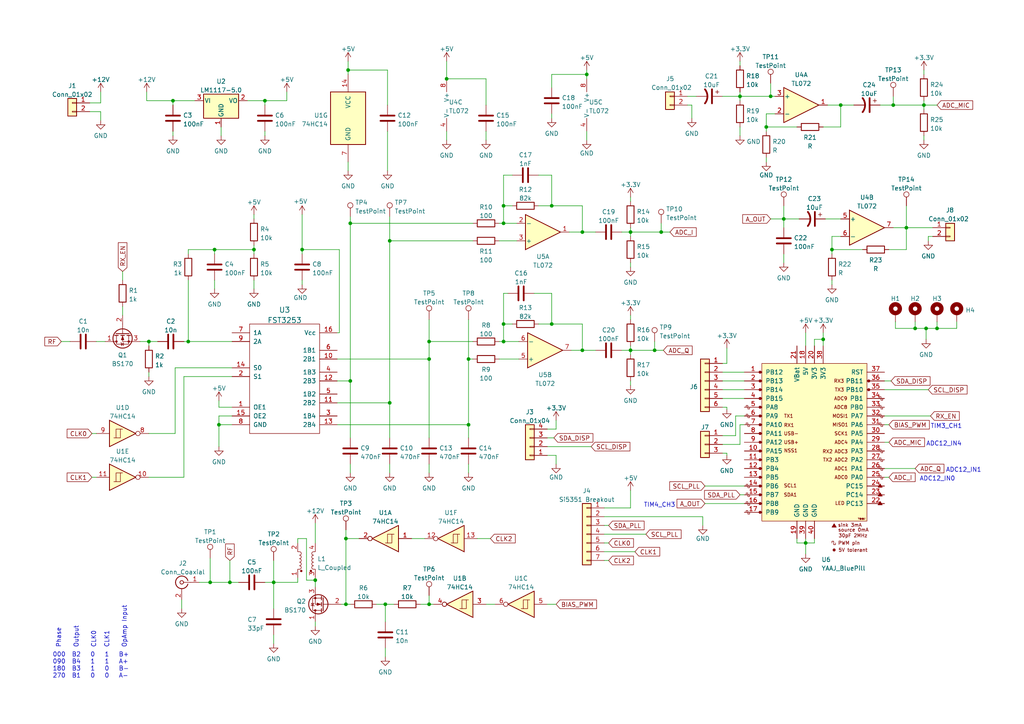
<source format=kicad_sch>
(kicad_sch (version 20211123) (generator eeschema)

  (uuid cfa9cd05-9603-46d5-b474-29a2d6124038)

  (paper "A4")

  

  (junction (at 62.23 72.39) (diameter 0) (color 0 0 0 0)
    (uuid 118788c2-d181-41ac-9cbd-c512dc3adb82)
  )
  (junction (at 60.96 168.91) (diameter 0) (color 0 0 0 0)
    (uuid 13085af3-7bd8-43b8-beef-92f1e8e982fc)
  )
  (junction (at 146.05 59.69) (diameter 0) (color 0 0 0 0)
    (uuid 13428218-0a65-44b6-b08d-cf0730c0cd0f)
  )
  (junction (at 160.02 59.69) (diameter 0) (color 0 0 0 0)
    (uuid 1901717c-1f5f-43dd-9370-d13f3aecf5bf)
  )
  (junction (at 267.97 30.48) (diameter 0) (color 0 0 0 0)
    (uuid 1a425413-4e3e-47dd-9a8f-197ab21a34f3)
  )
  (junction (at 100.965 20.32) (diameter 0) (color 0 0 0 0)
    (uuid 1f9a252b-d0e3-40a1-af05-36b545ec1908)
  )
  (junction (at 191.77 67.31) (diameter 0) (color 0 0 0 0)
    (uuid 263fcb62-8271-4cf6-8235-47231e0fcee9)
  )
  (junction (at 222.25 36.83) (diameter 0) (color 0 0 0 0)
    (uuid 2a00cc16-ff7e-4612-b94d-bb5628c69ca6)
  )
  (junction (at 168.91 67.31) (diameter 0) (color 0 0 0 0)
    (uuid 2a497385-098e-431d-a873-fcdc53acdcb7)
  )
  (junction (at 135.89 123.19) (diameter 0) (color 0 0 0 0)
    (uuid 2ac8fadc-60b4-4ef8-b7a6-ce2781e43973)
  )
  (junction (at 87.63 72.39) (diameter 0) (color 0 0 0 0)
    (uuid 2bf6097c-a364-4879-86f9-95ddd6eba2c4)
  )
  (junction (at 146.05 64.77) (diameter 0) (color 0 0 0 0)
    (uuid 30542b3e-e00f-4a3b-a705-9428f2abc665)
  )
  (junction (at 63.5 123.19) (diameter 0) (color 0 0 0 0)
    (uuid 389cff47-8a4c-4249-9798-55d927218d8c)
  )
  (junction (at 168.91 101.6) (diameter 0) (color 0 0 0 0)
    (uuid 39b47703-34bb-4961-a661-db8b1c6aff0e)
  )
  (junction (at 66.675 168.91) (diameter 0) (color 0 0 0 0)
    (uuid 3a8ce603-f234-4947-83d1-a5d511a0dbc3)
  )
  (junction (at 113.03 116.84) (diameter 0) (color 0 0 0 0)
    (uuid 47a81cfd-7042-4fe3-90f5-5a4900cf79c4)
  )
  (junction (at 124.46 104.14) (diameter 0) (color 0 0 0 0)
    (uuid 5251e0d7-608f-4e25-aade-3a4062f4477a)
  )
  (junction (at 76.835 29.21) (diameter 0) (color 0 0 0 0)
    (uuid 56c260b7-4d73-4292-88c5-900ead39bef7)
  )
  (junction (at 100.33 175.26) (diameter 0) (color 0 0 0 0)
    (uuid 670db3e9-6800-411e-9ec6-dbcc7f09948d)
  )
  (junction (at 182.88 67.31) (diameter 0) (color 0 0 0 0)
    (uuid 678ecd2c-3e98-47a3-8372-99c3c5ceb4ae)
  )
  (junction (at 189.865 101.6) (diameter 0) (color 0 0 0 0)
    (uuid 6bcc74c3-3a15-4ad9-a4fd-8cd8673f626a)
  )
  (junction (at 135.89 104.14) (diameter 0) (color 0 0 0 0)
    (uuid 7603fb76-b61c-4154-b7e9-78a2b9e89352)
  )
  (junction (at 54.61 99.06) (diameter 0) (color 0 0 0 0)
    (uuid 7855d124-27ac-4435-b2ed-b83e63f20315)
  )
  (junction (at 262.89 66.04) (diameter 0) (color 0 0 0 0)
    (uuid 7b3d6c36-fdf2-4a1b-a49f-12ea2b707d37)
  )
  (junction (at 238.76 98.425) (diameter 0) (color 0 0 0 0)
    (uuid 7e1453ea-6f76-43a2-b97e-fed134a59d56)
  )
  (junction (at 227.33 63.5) (diameter 0) (color 0 0 0 0)
    (uuid 812c6207-9612-4c2e-9634-682e4c865c9a)
  )
  (junction (at 43.18 99.06) (diameter 0) (color 0 0 0 0)
    (uuid 887c00ae-f00c-43df-b157-8d5155c0602c)
  )
  (junction (at 101.6 64.77) (diameter 0) (color 0 0 0 0)
    (uuid 89005632-897c-49de-8d62-723b3de0fb27)
  )
  (junction (at 223.52 27.94) (diameter 0) (color 0 0 0 0)
    (uuid 8a97eb42-2dba-4407-a7de-3843e0ac4751)
  )
  (junction (at 100.33 156.21) (diameter 0) (color 0 0 0 0)
    (uuid 911ac92f-dc8f-473f-a819-6ec44a97da57)
  )
  (junction (at 259.08 30.48) (diameter 0) (color 0 0 0 0)
    (uuid 912ffd03-dc69-4763-b145-567882d2ddb6)
  )
  (junction (at 113.03 69.85) (diameter 0) (color 0 0 0 0)
    (uuid 96bafadd-1fc1-4b1e-8f78-2aaed9769b26)
  )
  (junction (at 271.78 95.25) (diameter 0) (color 0 0 0 0)
    (uuid 9cf027a8-abfc-471d-b268-17543aa5b0cc)
  )
  (junction (at 233.68 157.48) (diameter 0) (color 0 0 0 0)
    (uuid a092338a-8058-41e0-afe9-756ea88020bf)
  )
  (junction (at 129.54 22.86) (diameter 0) (color 0 0 0 0)
    (uuid a3537a34-bbf6-46a9-94ba-d3ed1793992f)
  )
  (junction (at 241.3 72.39) (diameter 0) (color 0 0 0 0)
    (uuid a4a37850-ef95-4439-8b65-c0c50d0d72df)
  )
  (junction (at 101.6 110.49) (diameter 0) (color 0 0 0 0)
    (uuid ac2e2276-1432-4d0b-888c-c63134522f21)
  )
  (junction (at 91.44 168.275) (diameter 0) (color 0 0 0 0)
    (uuid aef0e9cf-d6eb-48d5-9738-ba3a43b460c0)
  )
  (junction (at 214.63 27.94) (diameter 0) (color 0 0 0 0)
    (uuid af255be1-efc7-4fc1-92f5-1c36f1ce7842)
  )
  (junction (at 243.84 30.48) (diameter 0) (color 0 0 0 0)
    (uuid b4a54540-7c4b-4187-bb22-1dbcb05f60fa)
  )
  (junction (at 146.05 99.06) (diameter 0) (color 0 0 0 0)
    (uuid b817eaae-cb4e-4da1-8351-6bd31446a928)
  )
  (junction (at 170.18 21.59) (diameter 0) (color 0 0 0 0)
    (uuid b9459263-bd7b-449e-9e49-70e9937d6f20)
  )
  (junction (at 146.05 93.98) (diameter 0) (color 0 0 0 0)
    (uuid bbac73ef-b4f1-4a7f-97f2-f942f5c00496)
  )
  (junction (at 268.605 95.25) (diameter 0) (color 0 0 0 0)
    (uuid cb32bb7d-2d61-4482-bd9c-335d25b5ac4d)
  )
  (junction (at 124.46 99.06) (diameter 0) (color 0 0 0 0)
    (uuid cb5b6751-7bfa-40d1-8b70-006470c9ba64)
  )
  (junction (at 79.375 168.91) (diameter 0) (color 0 0 0 0)
    (uuid cb9fda80-d696-4d63-9a03-ac7e280fc27a)
  )
  (junction (at 182.88 101.6) (diameter 0) (color 0 0 0 0)
    (uuid cf496ca2-03e4-4340-a5bc-b3e150b90320)
  )
  (junction (at 73.66 72.39) (diameter 0) (color 0 0 0 0)
    (uuid da013340-3c24-403d-8836-9f9c162ccf4f)
  )
  (junction (at 124.46 175.26) (diameter 0) (color 0 0 0 0)
    (uuid ea05b4d5-8886-488a-b60b-64651f6dd582)
  )
  (junction (at 50.165 29.21) (diameter 0) (color 0 0 0 0)
    (uuid ef5f9ace-3b99-4abe-ad15-9c7f02655b0d)
  )
  (junction (at 160.02 93.98) (diameter 0) (color 0 0 0 0)
    (uuid f68ca172-40f3-4104-9be2-9cf1abf634eb)
  )
  (junction (at 111.76 175.26) (diameter 0) (color 0 0 0 0)
    (uuid f753612d-5bfd-44a5-996d-f299114abb27)
  )
  (junction (at 265.43 95.25) (diameter 0) (color 0 0 0 0)
    (uuid fe3b078b-dc39-4a12-879c-ea48c09798c4)
  )

  (wire (pts (xy 233.68 156.21) (xy 233.68 157.48))
    (stroke (width 0) (type default) (color 0 0 0 0))
    (uuid 00883efb-1f28-4126-8694-6aa4262a575e)
  )
  (wire (pts (xy 231.14 157.48) (xy 233.68 157.48))
    (stroke (width 0) (type default) (color 0 0 0 0))
    (uuid 02642004-ad77-45f3-aa96-e973ffb27d51)
  )
  (wire (pts (xy 160.02 93.98) (xy 168.91 93.98))
    (stroke (width 0) (type default) (color 0 0 0 0))
    (uuid 030d3073-06c6-4697-8a0d-d89674643663)
  )
  (wire (pts (xy 256.54 128.27) (xy 257.81 128.27))
    (stroke (width 0) (type default) (color 0 0 0 0))
    (uuid 031e8a53-b150-47f0-a273-0fae3f703cb1)
  )
  (wire (pts (xy 170.18 21.59) (xy 170.18 22.86))
    (stroke (width 0) (type default) (color 0 0 0 0))
    (uuid 034d6760-2f2a-427b-8a3b-388d87aaa248)
  )
  (wire (pts (xy 182.88 110.49) (xy 182.88 111.76))
    (stroke (width 0) (type default) (color 0 0 0 0))
    (uuid 03b4b33c-50e4-464c-a171-dc20d1ba4d6d)
  )
  (wire (pts (xy 189.865 99.06) (xy 189.865 101.6))
    (stroke (width 0) (type default) (color 0 0 0 0))
    (uuid 061afcba-1633-4069-91dd-43d63001e1e2)
  )
  (wire (pts (xy 100.965 20.32) (xy 100.965 21.59))
    (stroke (width 0) (type default) (color 0 0 0 0))
    (uuid 0785a29b-d758-42f8-85eb-1dea6067bbee)
  )
  (wire (pts (xy 63.5 123.19) (xy 67.31 123.19))
    (stroke (width 0) (type default) (color 0 0 0 0))
    (uuid 080a3865-8d49-4d4b-8300-65bfd1b135d7)
  )
  (wire (pts (xy 175.26 152.4) (xy 176.53 152.4))
    (stroke (width 0) (type default) (color 0 0 0 0))
    (uuid 081d5f3d-bc54-45a4-a4ea-ab138c3846ec)
  )
  (wire (pts (xy 168.91 67.31) (xy 172.72 67.31))
    (stroke (width 0) (type default) (color 0 0 0 0))
    (uuid 0920a59f-fa4e-42af-856f-660052e02eee)
  )
  (wire (pts (xy 124.46 92.71) (xy 124.46 99.06))
    (stroke (width 0) (type default) (color 0 0 0 0))
    (uuid 0be498c7-4ccb-442c-beaf-903eb8701bb6)
  )
  (wire (pts (xy 262.89 59.69) (xy 262.89 66.04))
    (stroke (width 0) (type default) (color 0 0 0 0))
    (uuid 0c208e67-3234-4916-adc8-b44edbf31aa7)
  )
  (wire (pts (xy 175.26 162.56) (xy 176.53 162.56))
    (stroke (width 0) (type default) (color 0 0 0 0))
    (uuid 0c8811b8-1d60-4160-84d8-6724c15fb851)
  )
  (wire (pts (xy 168.91 59.69) (xy 168.91 67.31))
    (stroke (width 0) (type default) (color 0 0 0 0))
    (uuid 0d090514-7f7e-4315-ba8c-a77cb257e8fa)
  )
  (wire (pts (xy 62.23 72.39) (xy 54.61 72.39))
    (stroke (width 0) (type default) (color 0 0 0 0))
    (uuid 0e496933-414b-421f-bc01-639ea1e13f67)
  )
  (wire (pts (xy 243.84 36.83) (xy 243.84 30.48))
    (stroke (width 0) (type default) (color 0 0 0 0))
    (uuid 111de3b4-b4e0-4edf-810b-546f00273dcb)
  )
  (wire (pts (xy 144.78 99.06) (xy 146.05 99.06))
    (stroke (width 0) (type default) (color 0 0 0 0))
    (uuid 1315a29d-ba3f-4aad-ad43-c327a3983a80)
  )
  (wire (pts (xy 160.02 50.8) (xy 160.02 59.69))
    (stroke (width 0) (type default) (color 0 0 0 0))
    (uuid 1332def0-2afb-4804-8362-0cf130152449)
  )
  (wire (pts (xy 241.3 68.58) (xy 243.84 68.58))
    (stroke (width 0) (type default) (color 0 0 0 0))
    (uuid 1388d00f-7ea6-41c8-9488-b83abfb3c346)
  )
  (wire (pts (xy 210.82 131.445) (xy 210.82 132.08))
    (stroke (width 0) (type default) (color 0 0 0 0))
    (uuid 148409a5-f3ae-429a-ba61-85765a74011a)
  )
  (wire (pts (xy 267.97 20.32) (xy 267.97 21.59))
    (stroke (width 0) (type default) (color 0 0 0 0))
    (uuid 14ae7189-5bac-4a1d-8a55-5036fcbe6284)
  )
  (wire (pts (xy 158.75 127) (xy 160.655 127))
    (stroke (width 0) (type default) (color 0 0 0 0))
    (uuid 152ae621-91d6-4ccb-9224-8d9a125f1b39)
  )
  (wire (pts (xy 87.63 81.28) (xy 87.63 82.55))
    (stroke (width 0) (type default) (color 0 0 0 0))
    (uuid 1564454a-82be-43c2-a2e9-e03e291a1c1d)
  )
  (wire (pts (xy 111.76 175.26) (xy 114.3 175.26))
    (stroke (width 0) (type default) (color 0 0 0 0))
    (uuid 198732bd-6351-468a-b085-e27e1ff28ceb)
  )
  (wire (pts (xy 269.24 68.58) (xy 270.51 68.58))
    (stroke (width 0) (type default) (color 0 0 0 0))
    (uuid 19eda56c-3fdf-426f-9e5d-00eac448b8f4)
  )
  (wire (pts (xy 26.67 138.43) (xy 27.94 138.43))
    (stroke (width 0) (type default) (color 0 0 0 0))
    (uuid 1a23bc91-02c7-4670-adfb-445ac4d3831a)
  )
  (wire (pts (xy 182.88 67.31) (xy 182.88 68.58))
    (stroke (width 0) (type default) (color 0 0 0 0))
    (uuid 1a860ecd-6133-4578-b98b-5078a51b899d)
  )
  (wire (pts (xy 129.54 17.78) (xy 129.54 22.86))
    (stroke (width 0) (type default) (color 0 0 0 0))
    (uuid 1aba2b23-cd71-4dbb-9ef1-2efa93d11392)
  )
  (wire (pts (xy 146.05 64.77) (xy 149.86 64.77))
    (stroke (width 0) (type default) (color 0 0 0 0))
    (uuid 1af82a59-023b-4f29-a924-2e8805e4948a)
  )
  (wire (pts (xy 91.44 168.275) (xy 91.44 170.18))
    (stroke (width 0) (type default) (color 0 0 0 0))
    (uuid 1b19fc82-5eba-4063-822f-6ad441a3ff7e)
  )
  (wire (pts (xy 43.18 99.06) (xy 45.72 99.06))
    (stroke (width 0) (type default) (color 0 0 0 0))
    (uuid 1bd587cf-e458-4600-be8f-44f16734b75b)
  )
  (wire (pts (xy 63.5 123.19) (xy 63.5 129.54))
    (stroke (width 0) (type default) (color 0 0 0 0))
    (uuid 1c6caab3-34fc-4c77-8b73-15f9258c301b)
  )
  (wire (pts (xy 76.835 38.1) (xy 76.835 39.37))
    (stroke (width 0) (type default) (color 0 0 0 0))
    (uuid 1d0e3a1b-2be7-4e15-a2ed-ccd34314efef)
  )
  (wire (pts (xy 209.55 126.365) (xy 213.36 126.365))
    (stroke (width 0) (type default) (color 0 0 0 0))
    (uuid 1d613996-f9d6-496e-b4ca-eb120745c729)
  )
  (wire (pts (xy 158.75 132.08) (xy 161.29 132.08))
    (stroke (width 0) (type default) (color 0 0 0 0))
    (uuid 1df113eb-9e7e-41cd-b905-5c38b47ae42b)
  )
  (wire (pts (xy 124.46 104.14) (xy 124.46 127))
    (stroke (width 0) (type default) (color 0 0 0 0))
    (uuid 1e57052a-71e8-4d0a-a4fc-cf6840b575e6)
  )
  (wire (pts (xy 97.79 116.84) (xy 113.03 116.84))
    (stroke (width 0) (type default) (color 0 0 0 0))
    (uuid 1f0ed51d-cce5-452f-bc45-80d75fa5006b)
  )
  (wire (pts (xy 175.26 154.94) (xy 187.325 154.94))
    (stroke (width 0) (type default) (color 0 0 0 0))
    (uuid 1f817b63-9a8c-4654-80a1-e27eacdec1e7)
  )
  (wire (pts (xy 191.77 67.31) (xy 194.31 67.31))
    (stroke (width 0) (type default) (color 0 0 0 0))
    (uuid 2196e22c-6af2-4f8b-80cd-01a3001bee82)
  )
  (wire (pts (xy 209.55 118.11) (xy 210.82 118.11))
    (stroke (width 0) (type default) (color 0 0 0 0))
    (uuid 22957b5a-c95e-4b11-9b31-467b1827f7d3)
  )
  (wire (pts (xy 101.6 110.49) (xy 101.6 127))
    (stroke (width 0) (type default) (color 0 0 0 0))
    (uuid 22b3a380-3fcd-4e63-8616-8b6155103a01)
  )
  (wire (pts (xy 257.81 123.19) (xy 256.54 123.19))
    (stroke (width 0) (type default) (color 0 0 0 0))
    (uuid 232d142e-3436-45d2-93af-f4b1747c9b20)
  )
  (wire (pts (xy 140.97 38.1) (xy 140.97 40.64))
    (stroke (width 0) (type default) (color 0 0 0 0))
    (uuid 23baacfe-15cd-4201-9618-c1c2030f5bdd)
  )
  (wire (pts (xy 227.33 66.04) (xy 227.33 63.5))
    (stroke (width 0) (type default) (color 0 0 0 0))
    (uuid 24118d5c-3154-4d1a-943d-404403269584)
  )
  (wire (pts (xy 214.63 36.83) (xy 214.63 39.37))
    (stroke (width 0) (type default) (color 0 0 0 0))
    (uuid 24532b75-da97-4577-989c-b5f21ce3b6eb)
  )
  (wire (pts (xy 101.6 64.77) (xy 137.16 64.77))
    (stroke (width 0) (type default) (color 0 0 0 0))
    (uuid 2529d0fb-8f22-447f-8427-8d2e97268c8a)
  )
  (wire (pts (xy 98.425 72.39) (xy 87.63 72.39))
    (stroke (width 0) (type default) (color 0 0 0 0))
    (uuid 2658638a-631a-4603-b4bb-a07a7eead328)
  )
  (wire (pts (xy 144.78 104.14) (xy 150.495 104.14))
    (stroke (width 0) (type default) (color 0 0 0 0))
    (uuid 26aefdf7-a375-4ec6-8f9e-0d921b08475e)
  )
  (wire (pts (xy 238.76 96.52) (xy 238.76 98.425))
    (stroke (width 0) (type default) (color 0 0 0 0))
    (uuid 27771ad2-468c-4146-8e60-bdf49e77a5f1)
  )
  (wire (pts (xy 269.24 113.03) (xy 256.54 113.03))
    (stroke (width 0) (type default) (color 0 0 0 0))
    (uuid 27a0f816-9c3e-434b-8e07-04f87ddcffe0)
  )
  (wire (pts (xy 91.44 167.64) (xy 91.44 168.275))
    (stroke (width 0) (type default) (color 0 0 0 0))
    (uuid 27afb6b1-a979-4106-8a0e-3093c33c91cd)
  )
  (wire (pts (xy 213.36 126.365) (xy 213.36 120.65))
    (stroke (width 0) (type default) (color 0 0 0 0))
    (uuid 2989dacf-96a4-4ec4-817d-44cecc08e1a5)
  )
  (wire (pts (xy 112.395 20.32) (xy 112.395 30.48))
    (stroke (width 0) (type default) (color 0 0 0 0))
    (uuid 2a4058f9-10d3-456f-abbe-c1e261822a2f)
  )
  (wire (pts (xy 213.36 120.65) (xy 215.9 120.65))
    (stroke (width 0) (type default) (color 0 0 0 0))
    (uuid 2a75184e-7571-45f7-9171-b22c6f37a982)
  )
  (wire (pts (xy 175.26 149.86) (xy 203.835 149.86))
    (stroke (width 0) (type default) (color 0 0 0 0))
    (uuid 2a99848c-d5de-4d4a-bc86-d7f2f3fcb70d)
  )
  (wire (pts (xy 239.395 63.5) (xy 243.84 63.5))
    (stroke (width 0) (type default) (color 0 0 0 0))
    (uuid 2d356308-aeaf-4f93-b73d-3abce19b3946)
  )
  (wire (pts (xy 241.3 73.66) (xy 241.3 72.39))
    (stroke (width 0) (type default) (color 0 0 0 0))
    (uuid 2dccf0e2-3941-40bd-b5c7-5eb69532c043)
  )
  (wire (pts (xy 200.66 30.48) (xy 200.66 34.29))
    (stroke (width 0) (type default) (color 0 0 0 0))
    (uuid 2e075f01-bc79-4b6b-b861-f295984720ec)
  )
  (wire (pts (xy 262.89 66.04) (xy 270.51 66.04))
    (stroke (width 0) (type default) (color 0 0 0 0))
    (uuid 3147d321-eaae-4b1b-a937-493c272ee75d)
  )
  (wire (pts (xy 241.3 72.39) (xy 241.3 68.58))
    (stroke (width 0) (type default) (color 0 0 0 0))
    (uuid 329256cf-77d3-449d-8e34-032c8402af2d)
  )
  (wire (pts (xy 236.22 157.48) (xy 236.22 156.21))
    (stroke (width 0) (type default) (color 0 0 0 0))
    (uuid 33d45c02-7e6c-474e-960d-0b0b839e654a)
  )
  (wire (pts (xy 209.55 105.41) (xy 210.82 105.41))
    (stroke (width 0) (type default) (color 0 0 0 0))
    (uuid 35d08951-e8ac-4640-973c-db3ffa583923)
  )
  (wire (pts (xy 170.18 21.59) (xy 160.02 21.59))
    (stroke (width 0) (type default) (color 0 0 0 0))
    (uuid 36059a97-5c8d-4c56-8b92-f3604f10c69e)
  )
  (wire (pts (xy 199.39 30.48) (xy 200.66 30.48))
    (stroke (width 0) (type default) (color 0 0 0 0))
    (uuid 365c81b2-4e46-4c3a-9ef6-48f32b2ac524)
  )
  (wire (pts (xy 182.88 66.04) (xy 182.88 67.31))
    (stroke (width 0) (type default) (color 0 0 0 0))
    (uuid 37265181-b1e1-4d9e-9c3f-8c88143927e0)
  )
  (wire (pts (xy 233.68 157.48) (xy 236.22 157.48))
    (stroke (width 0) (type default) (color 0 0 0 0))
    (uuid 38c49fe9-688e-4c07-818d-1711b33af5ad)
  )
  (wire (pts (xy 257.81 72.39) (xy 262.89 72.39))
    (stroke (width 0) (type default) (color 0 0 0 0))
    (uuid 3acf52d6-5099-46c4-99b9-28e5f3ee620a)
  )
  (wire (pts (xy 100.33 175.26) (xy 100.33 156.21))
    (stroke (width 0) (type default) (color 0 0 0 0))
    (uuid 3b699dc5-e15d-4ea1-9daa-6ff243fd9249)
  )
  (wire (pts (xy 156.21 50.8) (xy 160.02 50.8))
    (stroke (width 0) (type default) (color 0 0 0 0))
    (uuid 3bb798dd-ebec-4b98-95a8-9f929e29e646)
  )
  (wire (pts (xy 87.63 62.23) (xy 87.63 72.39))
    (stroke (width 0) (type default) (color 0 0 0 0))
    (uuid 3bc6825c-d3da-4713-8b5c-b9003944cd69)
  )
  (wire (pts (xy 135.89 104.14) (xy 137.16 104.14))
    (stroke (width 0) (type default) (color 0 0 0 0))
    (uuid 3bd989a7-90af-4047-be51-b4435f5621ab)
  )
  (wire (pts (xy 111.76 175.26) (xy 111.76 180.34))
    (stroke (width 0) (type default) (color 0 0 0 0))
    (uuid 3c73e90e-5e55-4c04-809a-a9831737461c)
  )
  (wire (pts (xy 27.94 99.06) (xy 30.48 99.06))
    (stroke (width 0) (type default) (color 0 0 0 0))
    (uuid 3e3644b2-8b88-4f29-82ab-532b3b280a0e)
  )
  (wire (pts (xy 227.33 59.69) (xy 227.33 63.5))
    (stroke (width 0) (type default) (color 0 0 0 0))
    (uuid 3f54401f-6ccd-43e9-8f62-64d3df4493c7)
  )
  (wire (pts (xy 146.05 93.98) (xy 146.05 85.09))
    (stroke (width 0) (type default) (color 0 0 0 0))
    (uuid 3fc3f042-ca5b-40bb-92d5-3e9bc18897d6)
  )
  (wire (pts (xy 29.21 32.385) (xy 29.21 34.925))
    (stroke (width 0) (type default) (color 0 0 0 0))
    (uuid 3fd18252-69cd-4f8f-963e-e39063f42481)
  )
  (wire (pts (xy 259.715 95.25) (xy 265.43 95.25))
    (stroke (width 0) (type default) (color 0 0 0 0))
    (uuid 403d9de4-3624-4dc3-98af-5bca7da7b640)
  )
  (wire (pts (xy 146.05 99.06) (xy 146.05 93.98))
    (stroke (width 0) (type default) (color 0 0 0 0))
    (uuid 42aa27a3-7176-448f-bab8-7e8da54316fb)
  )
  (wire (pts (xy 214.63 27.94) (xy 214.63 29.21))
    (stroke (width 0) (type default) (color 0 0 0 0))
    (uuid 471bc546-f77f-404d-a459-2865468640e1)
  )
  (wire (pts (xy 62.23 72.39) (xy 62.23 73.66))
    (stroke (width 0) (type default) (color 0 0 0 0))
    (uuid 498ce1e8-3943-4853-9d8c-2d5f8b020b76)
  )
  (wire (pts (xy 63.5 120.65) (xy 67.31 120.65))
    (stroke (width 0) (type default) (color 0 0 0 0))
    (uuid 4be32149-8a08-44e3-a420-362a5fb9044f)
  )
  (wire (pts (xy 168.91 101.6) (xy 168.91 93.98))
    (stroke (width 0) (type default) (color 0 0 0 0))
    (uuid 4d671920-902d-4722-bfeb-1daebcab921d)
  )
  (wire (pts (xy 101.6 62.865) (xy 101.6 64.77))
    (stroke (width 0) (type default) (color 0 0 0 0))
    (uuid 4e0cc164-c102-48af-98d4-9f90a8478dc7)
  )
  (wire (pts (xy 231.14 156.21) (xy 231.14 157.48))
    (stroke (width 0) (type default) (color 0 0 0 0))
    (uuid 5079de0c-abd9-49f1-82eb-274061ca849a)
  )
  (wire (pts (xy 119.38 156.21) (xy 123.19 156.21))
    (stroke (width 0) (type default) (color 0 0 0 0))
    (uuid 507b9ba0-9d00-4724-a470-9c8a3aee35e8)
  )
  (wire (pts (xy 267.97 39.37) (xy 267.97 40.64))
    (stroke (width 0) (type default) (color 0 0 0 0))
    (uuid 54419245-aec2-4246-987f-d6fa8fcff994)
  )
  (wire (pts (xy 256.54 120.65) (xy 269.875 120.65))
    (stroke (width 0) (type default) (color 0 0 0 0))
    (uuid 551cbfb0-1e1d-4004-a582-b99cb636b635)
  )
  (wire (pts (xy 158.75 175.26) (xy 161.29 175.26))
    (stroke (width 0) (type default) (color 0 0 0 0))
    (uuid 56023c5b-a884-4739-a4f1-f56bccc1b687)
  )
  (wire (pts (xy 160.02 21.59) (xy 160.02 25.4))
    (stroke (width 0) (type default) (color 0 0 0 0))
    (uuid 58086011-c9dd-4c6c-b721-a3c18d79ee7a)
  )
  (wire (pts (xy 269.24 69.85) (xy 269.24 68.58))
    (stroke (width 0) (type default) (color 0 0 0 0))
    (uuid 581f669a-ca98-42b6-bc63-33d325982f41)
  )
  (wire (pts (xy 209.55 107.95) (xy 215.9 107.95))
    (stroke (width 0) (type default) (color 0 0 0 0))
    (uuid 59068bb2-39ff-4349-b36e-33b398659c42)
  )
  (wire (pts (xy 124.46 175.26) (xy 125.73 175.26))
    (stroke (width 0) (type default) (color 0 0 0 0))
    (uuid 5a5a2fd3-2b09-4a04-be8e-aefb0bd5932c)
  )
  (wire (pts (xy 86.36 167.64) (xy 86.36 168.91))
    (stroke (width 0) (type default) (color 0 0 0 0))
    (uuid 5b2e9ca3-0a74-4703-bf31-5d413ab0538f)
  )
  (wire (pts (xy 88.9 168.275) (xy 88.9 156.21))
    (stroke (width 0) (type default) (color 0 0 0 0))
    (uuid 5b40cb15-ee96-486c-b531-842d2aa53199)
  )
  (wire (pts (xy 144.78 69.85) (xy 149.86 69.85))
    (stroke (width 0) (type default) (color 0 0 0 0))
    (uuid 5b88e83b-dc2c-4b8a-84d9-64f49cdc2190)
  )
  (wire (pts (xy 138.43 156.21) (xy 142.24 156.21))
    (stroke (width 0) (type default) (color 0 0 0 0))
    (uuid 5dc036d4-f7d9-41f7-99a5-5624aeb207d7)
  )
  (wire (pts (xy 204.47 140.97) (xy 215.9 140.97))
    (stroke (width 0) (type default) (color 0 0 0 0))
    (uuid 5e52a5db-5e7a-4a68-b32e-c190fc989e7a)
  )
  (wire (pts (xy 277.495 95.25) (xy 277.495 93.345))
    (stroke (width 0) (type default) (color 0 0 0 0))
    (uuid 5edd79b7-d6ab-4d6e-9f03-fb2757f3b8fc)
  )
  (wire (pts (xy 175.26 160.02) (xy 184.15 160.02))
    (stroke (width 0) (type default) (color 0 0 0 0))
    (uuid 5ede96bd-4e2c-4319-a2f7-e1e8ffb0556c)
  )
  (wire (pts (xy 209.55 113.03) (xy 215.9 113.03))
    (stroke (width 0) (type default) (color 0 0 0 0))
    (uuid 5eec1020-25f5-4919-91ba-2dcc1212fc0e)
  )
  (wire (pts (xy 170.18 38.1) (xy 170.18 40.64))
    (stroke (width 0) (type default) (color 0 0 0 0))
    (uuid 5fa26e31-5010-4528-87c7-047a887ada1c)
  )
  (wire (pts (xy 161.29 121.92) (xy 161.29 124.46))
    (stroke (width 0) (type default) (color 0 0 0 0))
    (uuid 602f60be-4e0b-464c-a51e-723d94cbc3f2)
  )
  (wire (pts (xy 53.34 109.22) (xy 67.31 109.22))
    (stroke (width 0) (type default) (color 0 0 0 0))
    (uuid 6075b087-5cbf-4c6d-82bb-6e04e619fe4e)
  )
  (wire (pts (xy 91.44 151.765) (xy 91.44 157.48))
    (stroke (width 0) (type default) (color 0 0 0 0))
    (uuid 60a00c03-5a23-44e1-a481-a8c5e905cf52)
  )
  (wire (pts (xy 88.9 156.21) (xy 86.36 156.21))
    (stroke (width 0) (type default) (color 0 0 0 0))
    (uuid 60d376e8-ceab-40b8-9b75-630be4ad4c25)
  )
  (wire (pts (xy 50.8 125.73) (xy 50.8 106.68))
    (stroke (width 0) (type default) (color 0 0 0 0))
    (uuid 62a3281d-5f63-4182-b7be-844c9941cff4)
  )
  (wire (pts (xy 135.89 123.19) (xy 135.89 127))
    (stroke (width 0) (type default) (color 0 0 0 0))
    (uuid 63386d13-b566-4456-ad2b-2ea886e46e6b)
  )
  (wire (pts (xy 52.705 173.99) (xy 52.705 176.53))
    (stroke (width 0) (type default) (color 0 0 0 0))
    (uuid 641054c4-eb18-4b48-b702-e8140e986622)
  )
  (wire (pts (xy 50.165 29.21) (xy 50.165 30.48))
    (stroke (width 0) (type default) (color 0 0 0 0))
    (uuid 66379e2d-0b51-4081-99b4-c340ee87d821)
  )
  (wire (pts (xy 97.79 96.52) (xy 98.425 96.52))
    (stroke (width 0) (type default) (color 0 0 0 0))
    (uuid 673c5da1-7e9c-477a-925d-2332d9226bd7)
  )
  (wire (pts (xy 182.88 142.24) (xy 182.88 147.32))
    (stroke (width 0) (type default) (color 0 0 0 0))
    (uuid 6771fcf3-c962-4b8e-8481-8ef42b3a078a)
  )
  (wire (pts (xy 53.34 138.43) (xy 43.18 138.43))
    (stroke (width 0) (type default) (color 0 0 0 0))
    (uuid 69be128b-bcba-405b-a019-280e344ed222)
  )
  (wire (pts (xy 227.33 73.66) (xy 227.33 76.2))
    (stroke (width 0) (type default) (color 0 0 0 0))
    (uuid 6ab8a896-0ded-4e22-a6c6-41a433df98bb)
  )
  (wire (pts (xy 140.97 175.26) (xy 143.51 175.26))
    (stroke (width 0) (type default) (color 0 0 0 0))
    (uuid 6afa735e-e6b2-4795-8173-da1292be36d7)
  )
  (wire (pts (xy 86.36 168.91) (xy 79.375 168.91))
    (stroke (width 0) (type default) (color 0 0 0 0))
    (uuid 6b53fda5-d070-4a02-aad5-e9342e42f58f)
  )
  (wire (pts (xy 113.03 134.62) (xy 113.03 137.16))
    (stroke (width 0) (type default) (color 0 0 0 0))
    (uuid 6bea2805-04f9-4398-b42b-3d86704b2762)
  )
  (wire (pts (xy 54.61 81.28) (xy 54.61 99.06))
    (stroke (width 0) (type default) (color 0 0 0 0))
    (uuid 6bf87724-5152-4e74-b3bb-d4ecba1eb536)
  )
  (wire (pts (xy 66.675 168.91) (xy 69.215 168.91))
    (stroke (width 0) (type default) (color 0 0 0 0))
    (uuid 6c21e4db-18d0-48b4-a082-7d3b40300379)
  )
  (wire (pts (xy 259.08 27.94) (xy 259.08 30.48))
    (stroke (width 0) (type default) (color 0 0 0 0))
    (uuid 6cef4895-fb98-4532-aa9a-f334b140cb36)
  )
  (wire (pts (xy 71.755 29.21) (xy 76.835 29.21))
    (stroke (width 0) (type default) (color 0 0 0 0))
    (uuid 6d260756-031d-43b6-9c8b-41c36f839e01)
  )
  (wire (pts (xy 271.78 93.345) (xy 271.78 95.25))
    (stroke (width 0) (type default) (color 0 0 0 0))
    (uuid 6d396e0f-b7db-467a-acd7-55694e69ccc4)
  )
  (wire (pts (xy 223.52 63.5) (xy 227.33 63.5))
    (stroke (width 0) (type default) (color 0 0 0 0))
    (uuid 6e0686f5-021c-4177-980c-a78a6dbd8e17)
  )
  (wire (pts (xy 111.76 187.96) (xy 111.76 190.5))
    (stroke (width 0) (type default) (color 0 0 0 0))
    (uuid 72cb77f0-b00f-4a09-979e-49d156b50ab0)
  )
  (wire (pts (xy 182.88 101.6) (xy 189.865 101.6))
    (stroke (width 0) (type default) (color 0 0 0 0))
    (uuid 7453cafb-5ee6-4b99-84ff-da0b5508e70d)
  )
  (wire (pts (xy 135.89 104.14) (xy 135.89 123.19))
    (stroke (width 0) (type default) (color 0 0 0 0))
    (uuid 7460ff02-6d62-41ed-aa62-c0477912b4c6)
  )
  (wire (pts (xy 113.03 62.865) (xy 113.03 69.85))
    (stroke (width 0) (type default) (color 0 0 0 0))
    (uuid 75c30cb2-7ee9-4181-8cdd-20b887ecb728)
  )
  (wire (pts (xy 86.36 156.21) (xy 86.36 157.48))
    (stroke (width 0) (type default) (color 0 0 0 0))
    (uuid 76a25e49-56a5-413a-a1aa-14e938805c5d)
  )
  (wire (pts (xy 50.165 29.21) (xy 56.515 29.21))
    (stroke (width 0) (type default) (color 0 0 0 0))
    (uuid 780c2ea4-5f4d-4b33-aa88-12cbc877845b)
  )
  (wire (pts (xy 222.25 38.1) (xy 222.25 36.83))
    (stroke (width 0) (type default) (color 0 0 0 0))
    (uuid 7814ba36-8511-44f2-9684-71bb36db84c1)
  )
  (wire (pts (xy 124.46 99.06) (xy 137.16 99.06))
    (stroke (width 0) (type default) (color 0 0 0 0))
    (uuid 79b6829f-5f13-4a8c-94e6-a3363b82ceb3)
  )
  (wire (pts (xy 182.88 67.31) (xy 191.77 67.31))
    (stroke (width 0) (type default) (color 0 0 0 0))
    (uuid 7b581787-3059-44be-8c1b-ae838c154f65)
  )
  (wire (pts (xy 66.675 162.56) (xy 66.675 168.91))
    (stroke (width 0) (type default) (color 0 0 0 0))
    (uuid 7b98a2bf-ac8a-415f-b228-b3f4e4c3cc51)
  )
  (wire (pts (xy 63.5 118.11) (xy 67.31 118.11))
    (stroke (width 0) (type default) (color 0 0 0 0))
    (uuid 7c6f59e5-eed5-4339-afb8-b9d578ded58a)
  )
  (wire (pts (xy 262.89 72.39) (xy 262.89 66.04))
    (stroke (width 0) (type default) (color 0 0 0 0))
    (uuid 7c9a06f3-0176-402e-ac02-27f761108439)
  )
  (wire (pts (xy 135.89 134.62) (xy 135.89 137.16))
    (stroke (width 0) (type default) (color 0 0 0 0))
    (uuid 7de1515b-c591-443e-aa98-802597058555)
  )
  (wire (pts (xy 215.9 123.19) (xy 214.63 123.19))
    (stroke (width 0) (type default) (color 0 0 0 0))
    (uuid 7dfdfed4-a350-4b31-a6cb-d05beaafa07a)
  )
  (wire (pts (xy 158.75 124.46) (xy 161.29 124.46))
    (stroke (width 0) (type default) (color 0 0 0 0))
    (uuid 805b47dd-7f8d-4c6c-950b-54737a79118e)
  )
  (wire (pts (xy 189.865 101.6) (xy 192.405 101.6))
    (stroke (width 0) (type default) (color 0 0 0 0))
    (uuid 80c7369d-6c1b-41bd-a7f0-37faa41d1f2c)
  )
  (wire (pts (xy 112.395 20.32) (xy 100.965 20.32))
    (stroke (width 0) (type default) (color 0 0 0 0))
    (uuid 8217cb70-9017-4920-8a6f-7b6c1b2d14c2)
  )
  (wire (pts (xy 60.96 161.925) (xy 60.96 168.91))
    (stroke (width 0) (type default) (color 0 0 0 0))
    (uuid 8424a674-d6a8-4c0a-9ab1-c65184ba54cc)
  )
  (wire (pts (xy 135.89 92.71) (xy 135.89 104.14))
    (stroke (width 0) (type default) (color 0 0 0 0))
    (uuid 84c1a300-935b-45e7-a679-58b92dc433c0)
  )
  (wire (pts (xy 146.05 59.69) (xy 146.05 50.8))
    (stroke (width 0) (type default) (color 0 0 0 0))
    (uuid 84fe7646-bb3d-45a9-ae96-164591bb4772)
  )
  (wire (pts (xy 50.8 106.68) (xy 67.31 106.68))
    (stroke (width 0) (type default) (color 0 0 0 0))
    (uuid 877fcef9-cca7-48b0-9efe-cbe8c3b8f647)
  )
  (wire (pts (xy 238.76 36.83) (xy 243.84 36.83))
    (stroke (width 0) (type default) (color 0 0 0 0))
    (uuid 8977446e-c252-4412-b48b-46c8cc4c6f10)
  )
  (wire (pts (xy 223.52 27.94) (xy 224.79 27.94))
    (stroke (width 0) (type default) (color 0 0 0 0))
    (uuid 8a2e71a9-c1bf-40c0-9415-bf00169308ae)
  )
  (wire (pts (xy 50.165 38.1) (xy 50.165 39.37))
    (stroke (width 0) (type default) (color 0 0 0 0))
    (uuid 8ae920cf-0ab4-4233-b7e9-fe2e167bdfb1)
  )
  (wire (pts (xy 243.84 30.48) (xy 240.03 30.48))
    (stroke (width 0) (type default) (color 0 0 0 0))
    (uuid 8b6cfccb-4ad3-464a-88f6-75b74dc8bf6d)
  )
  (wire (pts (xy 17.78 99.06) (xy 20.32 99.06))
    (stroke (width 0) (type default) (color 0 0 0 0))
    (uuid 8bb79127-90e3-4672-8b7f-38b4ca60faeb)
  )
  (wire (pts (xy 42.545 29.21) (xy 50.165 29.21))
    (stroke (width 0) (type default) (color 0 0 0 0))
    (uuid 8ca4dc3b-7333-4a80-8ec2-6f748e50076e)
  )
  (wire (pts (xy 182.88 100.33) (xy 182.88 101.6))
    (stroke (width 0) (type default) (color 0 0 0 0))
    (uuid 8cd7ca1c-cb8d-47c9-a06b-9bd8d4179fd3)
  )
  (wire (pts (xy 191.77 64.77) (xy 191.77 67.31))
    (stroke (width 0) (type default) (color 0 0 0 0))
    (uuid 8cf19575-a0a4-4ceb-bc71-630eb2853e19)
  )
  (wire (pts (xy 214.63 128.905) (xy 209.55 128.905))
    (stroke (width 0) (type default) (color 0 0 0 0))
    (uuid 8d9a7027-cda3-4550-a8b9-b65a5e3bed71)
  )
  (wire (pts (xy 146.05 64.77) (xy 146.05 59.69))
    (stroke (width 0) (type default) (color 0 0 0 0))
    (uuid 8dc44ab4-ab38-4f63-88c7-77a157a44e7f)
  )
  (wire (pts (xy 222.25 36.83) (xy 231.14 36.83))
    (stroke (width 0) (type default) (color 0 0 0 0))
    (uuid 8e31b054-6cfd-4eed-ac34-7665b1b6d98c)
  )
  (wire (pts (xy 209.55 131.445) (xy 210.82 131.445))
    (stroke (width 0) (type default) (color 0 0 0 0))
    (uuid 8ee58a1f-b60e-4311-a0f9-fa002c156f59)
  )
  (wire (pts (xy 182.88 91.44) (xy 182.88 92.71))
    (stroke (width 0) (type default) (color 0 0 0 0))
    (uuid 8f0e556e-6e65-41cc-b2c3-d10f1bc2faa8)
  )
  (wire (pts (xy 57.785 168.91) (xy 60.96 168.91))
    (stroke (width 0) (type default) (color 0 0 0 0))
    (uuid 8f1307dd-f394-4789-9724-5d4dac68dc44)
  )
  (wire (pts (xy 204.47 146.05) (xy 215.9 146.05))
    (stroke (width 0) (type default) (color 0 0 0 0))
    (uuid 8f74ecb0-2c4a-429c-9de9-ea394585d039)
  )
  (wire (pts (xy 29.21 26.67) (xy 29.21 29.845))
    (stroke (width 0) (type default) (color 0 0 0 0))
    (uuid 8fa270d7-98ba-46c4-8fc6-b23d7717eb50)
  )
  (wire (pts (xy 113.03 69.85) (xy 113.03 116.84))
    (stroke (width 0) (type default) (color 0 0 0 0))
    (uuid 8fe802e9-a3c5-4f0d-bd3a-834ea9023025)
  )
  (wire (pts (xy 210.82 100.965) (xy 210.82 105.41))
    (stroke (width 0) (type default) (color 0 0 0 0))
    (uuid 90530e2a-e635-4219-9f0f-f3073314acd7)
  )
  (wire (pts (xy 258.445 110.49) (xy 256.54 110.49))
    (stroke (width 0) (type default) (color 0 0 0 0))
    (uuid 9254169a-eab4-43d9-a7f8-ca22f5c9a231)
  )
  (wire (pts (xy 267.97 29.21) (xy 267.97 30.48))
    (stroke (width 0) (type default) (color 0 0 0 0))
    (uuid 936b1333-9e73-448c-8528-db055b8b7ab5)
  )
  (wire (pts (xy 144.78 64.77) (xy 146.05 64.77))
    (stroke (width 0) (type default) (color 0 0 0 0))
    (uuid 95b48fa4-4208-40da-8975-4b60ab1b4806)
  )
  (wire (pts (xy 100.33 153.67) (xy 100.33 156.21))
    (stroke (width 0) (type default) (color 0 0 0 0))
    (uuid 96a4ff40-b855-480c-8d5e-6a728cba500c)
  )
  (wire (pts (xy 236.22 98.425) (xy 236.22 100.33))
    (stroke (width 0) (type default) (color 0 0 0 0))
    (uuid 97acfd4d-7606-47ab-92b1-ac3aef8eabf4)
  )
  (wire (pts (xy 227.33 63.5) (xy 231.775 63.5))
    (stroke (width 0) (type default) (color 0 0 0 0))
    (uuid 98f26c01-4f2d-4a30-bba6-e82d55b36c29)
  )
  (wire (pts (xy 222.25 33.02) (xy 224.79 33.02))
    (stroke (width 0) (type default) (color 0 0 0 0))
    (uuid 9a0dd28d-d61b-4bfb-8604-b67d9bd0246d)
  )
  (wire (pts (xy 160.02 59.69) (xy 168.91 59.69))
    (stroke (width 0) (type default) (color 0 0 0 0))
    (uuid 9a9d67dd-4cee-4430-9131-723a983d6fca)
  )
  (wire (pts (xy 158.75 129.54) (xy 171.45 129.54))
    (stroke (width 0) (type default) (color 0 0 0 0))
    (uuid 9be641fc-26fa-403d-a9ec-a2be4b21d810)
  )
  (wire (pts (xy 140.97 22.86) (xy 140.97 30.48))
    (stroke (width 0) (type default) (color 0 0 0 0))
    (uuid 9dd7ee15-b733-498e-88cc-66d0c63df334)
  )
  (wire (pts (xy 265.43 95.25) (xy 268.605 95.25))
    (stroke (width 0) (type default) (color 0 0 0 0))
    (uuid 9e94bcd1-748c-452e-8568-d5b138612eb4)
  )
  (wire (pts (xy 124.46 172.72) (xy 124.46 175.26))
    (stroke (width 0) (type default) (color 0 0 0 0))
    (uuid 9f21ab2b-de41-489e-a1b0-f1de7b88ddc8)
  )
  (wire (pts (xy 83.185 26.67) (xy 83.185 29.21))
    (stroke (width 0) (type default) (color 0 0 0 0))
    (uuid 9fcf4c6e-9bca-4536-aeb1-aed560f8bcbc)
  )
  (wire (pts (xy 182.88 101.6) (xy 182.88 102.87))
    (stroke (width 0) (type default) (color 0 0 0 0))
    (uuid a02e3915-4b68-471b-9962-3491085575fc)
  )
  (wire (pts (xy 124.46 134.62) (xy 124.46 137.16))
    (stroke (width 0) (type default) (color 0 0 0 0))
    (uuid a09aba18-c07c-44fb-9421-045de9d29328)
  )
  (wire (pts (xy 160.02 93.98) (xy 160.02 85.09))
    (stroke (width 0) (type default) (color 0 0 0 0))
    (uuid a0db5c8e-92cf-4631-a58e-df422f751547)
  )
  (wire (pts (xy 236.22 98.425) (xy 238.76 98.425))
    (stroke (width 0) (type default) (color 0 0 0 0))
    (uuid a2d50350-391f-49f6-bf37-77a56f19f531)
  )
  (wire (pts (xy 233.68 157.48) (xy 233.68 160.655))
    (stroke (width 0) (type default) (color 0 0 0 0))
    (uuid a311f64a-eab4-4c52-a5df-5d4acab6fcd2)
  )
  (wire (pts (xy 209.55 27.94) (xy 214.63 27.94))
    (stroke (width 0) (type default) (color 0 0 0 0))
    (uuid a31eee0e-4cbe-43a5-86df-15b5764f341f)
  )
  (wire (pts (xy 100.33 175.26) (xy 101.6 175.26))
    (stroke (width 0) (type default) (color 0 0 0 0))
    (uuid a38bd947-3319-45bb-b6ee-6c9510452b28)
  )
  (wire (pts (xy 268.605 95.25) (xy 268.605 98.425))
    (stroke (width 0) (type default) (color 0 0 0 0))
    (uuid a38d240c-e885-4dd5-adc9-ac0c5f5567d4)
  )
  (wire (pts (xy 97.79 104.14) (xy 124.46 104.14))
    (stroke (width 0) (type default) (color 0 0 0 0))
    (uuid a52ed006-f813-4211-ada6-ce07206f869f)
  )
  (wire (pts (xy 168.91 101.6) (xy 172.72 101.6))
    (stroke (width 0) (type default) (color 0 0 0 0))
    (uuid a62661e9-53c9-40d6-96ed-f7b00ea7a8e2)
  )
  (wire (pts (xy 165.735 101.6) (xy 168.91 101.6))
    (stroke (width 0) (type default) (color 0 0 0 0))
    (uuid a771fa70-56f5-42e3-b216-a9bf693c3be2)
  )
  (wire (pts (xy 199.39 27.94) (xy 201.93 27.94))
    (stroke (width 0) (type default) (color 0 0 0 0))
    (uuid a920d400-bed2-4977-b7bb-773756a92a9b)
  )
  (wire (pts (xy 109.22 175.26) (xy 111.76 175.26))
    (stroke (width 0) (type default) (color 0 0 0 0))
    (uuid aa429439-67f3-42c9-b76a-f1e4bea6032d)
  )
  (wire (pts (xy 268.605 95.25) (xy 271.78 95.25))
    (stroke (width 0) (type default) (color 0 0 0 0))
    (uuid ab48a877-682d-487d-94ce-01489fdbb448)
  )
  (wire (pts (xy 35.56 88.9) (xy 35.56 91.44))
    (stroke (width 0) (type default) (color 0 0 0 0))
    (uuid ad2eaf0e-4497-4a81-946c-6b03206ef81a)
  )
  (wire (pts (xy 43.18 99.06) (xy 43.18 100.33))
    (stroke (width 0) (type default) (color 0 0 0 0))
    (uuid ad63ca6f-c67f-4902-9b03-1c35a176924a)
  )
  (wire (pts (xy 262.89 66.04) (xy 259.08 66.04))
    (stroke (width 0) (type default) (color 0 0 0 0))
    (uuid ad8acec5-5174-4c3b-8cf4-1e44de1a4d9b)
  )
  (wire (pts (xy 42.545 26.67) (xy 42.545 29.21))
    (stroke (width 0) (type default) (color 0 0 0 0))
    (uuid adf8d80a-1c40-49bc-8a13-a926a000991e)
  )
  (wire (pts (xy 43.18 125.73) (xy 50.8 125.73))
    (stroke (width 0) (type default) (color 0 0 0 0))
    (uuid ae3ae0a1-9b57-4402-bef8-b1974f0aab14)
  )
  (wire (pts (xy 63.5 116.205) (xy 63.5 118.11))
    (stroke (width 0) (type default) (color 0 0 0 0))
    (uuid ae4cb9c9-6920-412d-b1a4-53d0354b38ec)
  )
  (wire (pts (xy 214.63 123.19) (xy 214.63 128.905))
    (stroke (width 0) (type default) (color 0 0 0 0))
    (uuid ae50e437-3f49-473c-b27c-74521a51dac9)
  )
  (wire (pts (xy 124.46 99.06) (xy 124.46 104.14))
    (stroke (width 0) (type default) (color 0 0 0 0))
    (uuid aee759e7-2b4f-4782-b91c-a39d83732056)
  )
  (wire (pts (xy 76.835 29.21) (xy 83.185 29.21))
    (stroke (width 0) (type default) (color 0 0 0 0))
    (uuid af9b973c-d9e8-4baa-8fe5-0157ea11a23c)
  )
  (wire (pts (xy 60.96 168.91) (xy 66.675 168.91))
    (stroke (width 0) (type default) (color 0 0 0 0))
    (uuid b09c7b5f-7b1f-4fc4-8848-ddb0afe8b057)
  )
  (wire (pts (xy 87.63 72.39) (xy 87.63 73.66))
    (stroke (width 0) (type default) (color 0 0 0 0))
    (uuid b0d4d6d8-ef60-42a3-a504-cb507ebee49c)
  )
  (wire (pts (xy 267.97 30.48) (xy 267.97 31.75))
    (stroke (width 0) (type default) (color 0 0 0 0))
    (uuid b1af0de9-0d2c-46de-80ee-4d7905bc8ce3)
  )
  (wire (pts (xy 214.63 17.78) (xy 214.63 19.05))
    (stroke (width 0) (type default) (color 0 0 0 0))
    (uuid b283d32b-e498-4b2a-af28-b84e459a171f)
  )
  (wire (pts (xy 238.76 98.425) (xy 238.76 100.33))
    (stroke (width 0) (type default) (color 0 0 0 0))
    (uuid b37fb402-1293-4fca-965a-45b7a5528093)
  )
  (wire (pts (xy 35.56 78.74) (xy 35.56 81.28))
    (stroke (width 0) (type default) (color 0 0 0 0))
    (uuid b39b5fda-5eac-4b8a-a3bd-3bb5fb80e062)
  )
  (wire (pts (xy 256.54 135.89) (xy 265.43 135.89))
    (stroke (width 0) (type default) (color 0 0 0 0))
    (uuid b4029465-690f-45fa-8077-400042bc3ef5)
  )
  (wire (pts (xy 214.63 143.51) (xy 215.9 143.51))
    (stroke (width 0) (type default) (color 0 0 0 0))
    (uuid b4f8b33b-36d6-48e6-8e89-7aaba321ae0f)
  )
  (wire (pts (xy 146.05 99.06) (xy 150.495 99.06))
    (stroke (width 0) (type default) (color 0 0 0 0))
    (uuid b578d3e1-e9ae-42cf-8bd3-c096a0ccf02d)
  )
  (wire (pts (xy 146.05 50.8) (xy 148.59 50.8))
    (stroke (width 0) (type default) (color 0 0 0 0))
    (uuid b5ea02b4-ad87-400c-aa8d-5fc5989d0328)
  )
  (wire (pts (xy 73.66 71.12) (xy 73.66 72.39))
    (stroke (width 0) (type default) (color 0 0 0 0))
    (uuid b6b87e35-4264-4e43-aebc-8556694f1cf9)
  )
  (wire (pts (xy 53.34 109.22) (xy 53.34 138.43))
    (stroke (width 0) (type default) (color 0 0 0 0))
    (uuid b8ac2abc-6fbf-4875-8b6e-01082b8b4c64)
  )
  (wire (pts (xy 79.375 162.56) (xy 79.375 168.91))
    (stroke (width 0) (type default) (color 0 0 0 0))
    (uuid b936050e-9bd5-4a1b-9306-cca8338a06a2)
  )
  (wire (pts (xy 54.61 72.39) (xy 54.61 73.66))
    (stroke (width 0) (type default) (color 0 0 0 0))
    (uuid b9d2d087-2a20-44cd-b1c6-7d7c116a7cb0)
  )
  (wire (pts (xy 170.18 20.32) (xy 170.18 21.59))
    (stroke (width 0) (type default) (color 0 0 0 0))
    (uuid b9dc3c86-d45f-4a30-a35a-a81f11ec97e8)
  )
  (wire (pts (xy 175.26 147.32) (xy 182.88 147.32))
    (stroke (width 0) (type default) (color 0 0 0 0))
    (uuid bbbfd01c-a164-44df-8861-d516c90e8021)
  )
  (wire (pts (xy 160.02 33.02) (xy 160.02 34.29))
    (stroke (width 0) (type default) (color 0 0 0 0))
    (uuid bc3b034a-0ec2-4cc8-96dd-f6bfd64d5656)
  )
  (wire (pts (xy 100.965 46.99) (xy 100.965 49.53))
    (stroke (width 0) (type default) (color 0 0 0 0))
    (uuid beb1d2cc-6b06-4f76-9442-0c8a4102181a)
  )
  (wire (pts (xy 121.92 175.26) (xy 124.46 175.26))
    (stroke (width 0) (type default) (color 0 0 0 0))
    (uuid bed6ef7d-8b58-406e-a4b9-975e8170eab4)
  )
  (wire (pts (xy 53.34 99.06) (xy 54.61 99.06))
    (stroke (width 0) (type default) (color 0 0 0 0))
    (uuid bf2cd76c-0c0f-4a1d-ab66-7c0e07ba8b03)
  )
  (wire (pts (xy 255.27 30.48) (xy 259.08 30.48))
    (stroke (width 0) (type default) (color 0 0 0 0))
    (uuid c54436f0-4a63-4f26-993e-4500cb01d6ed)
  )
  (wire (pts (xy 222.25 36.83) (xy 222.25 33.02))
    (stroke (width 0) (type default) (color 0 0 0 0))
    (uuid c6ec25fb-9ce1-4bd3-bc32-802c508a66a3)
  )
  (wire (pts (xy 26.67 125.73) (xy 27.94 125.73))
    (stroke (width 0) (type default) (color 0 0 0 0))
    (uuid c767dffa-8b9a-433a-ba33-75a1e79d14f0)
  )
  (wire (pts (xy 73.66 62.23) (xy 73.66 63.5))
    (stroke (width 0) (type default) (color 0 0 0 0))
    (uuid c8cdfaaa-542c-4fae-8c5d-a979c3acc196)
  )
  (wire (pts (xy 203.835 149.86) (xy 203.835 152.4))
    (stroke (width 0) (type default) (color 0 0 0 0))
    (uuid ca9d566f-4014-4716-b746-2b20a836c432)
  )
  (wire (pts (xy 154.94 85.09) (xy 160.02 85.09))
    (stroke (width 0) (type default) (color 0 0 0 0))
    (uuid cbdd6348-0592-4fe2-b2b8-2b49965ce094)
  )
  (wire (pts (xy 26.035 29.845) (xy 29.21 29.845))
    (stroke (width 0) (type default) (color 0 0 0 0))
    (uuid cc890b3f-7a90-4f35-8dc3-ba1bb657ddae)
  )
  (wire (pts (xy 64.135 36.83) (xy 64.135 39.37))
    (stroke (width 0) (type default) (color 0 0 0 0))
    (uuid cd5a6d07-2ab3-43b8-bd86-bd827b9b26f9)
  )
  (wire (pts (xy 175.26 157.48) (xy 176.53 157.48))
    (stroke (width 0) (type default) (color 0 0 0 0))
    (uuid cd8780f4-449a-4e6f-afe5-58735192737d)
  )
  (wire (pts (xy 97.79 123.19) (xy 135.89 123.19))
    (stroke (width 0) (type default) (color 0 0 0 0))
    (uuid d04d3eb9-d41b-48ef-97a6-88856a3cd259)
  )
  (wire (pts (xy 112.395 38.1) (xy 112.395 49.53))
    (stroke (width 0) (type default) (color 0 0 0 0))
    (uuid d089ae4a-d09f-4412-9ed9-1de0abb6f544)
  )
  (wire (pts (xy 91.44 180.34) (xy 91.44 181.61))
    (stroke (width 0) (type default) (color 0 0 0 0))
    (uuid d2cb01ec-205f-41fd-83e3-ea4341a029e4)
  )
  (wire (pts (xy 146.05 85.09) (xy 147.32 85.09))
    (stroke (width 0) (type default) (color 0 0 0 0))
    (uuid d30ed75e-e52a-4cfc-b9aa-e0b6f7f37c2a)
  )
  (wire (pts (xy 233.68 96.52) (xy 233.68 100.33))
    (stroke (width 0) (type default) (color 0 0 0 0))
    (uuid d38fd2d0-82ac-4a66-96e9-bd42304acfba)
  )
  (wire (pts (xy 182.88 76.2) (xy 182.88 77.47))
    (stroke (width 0) (type default) (color 0 0 0 0))
    (uuid d417379e-f35e-4f7e-8a36-8cd642ca6510)
  )
  (wire (pts (xy 168.91 67.31) (xy 165.1 67.31))
    (stroke (width 0) (type default) (color 0 0 0 0))
    (uuid d41840bb-7e40-44eb-b7ca-66160500e92f)
  )
  (wire (pts (xy 259.715 93.345) (xy 259.715 95.25))
    (stroke (width 0) (type default) (color 0 0 0 0))
    (uuid d43ab5c7-8b08-461e-8d62-91d54aedb89c)
  )
  (wire (pts (xy 76.835 29.21) (xy 76.835 30.48))
    (stroke (width 0) (type default) (color 0 0 0 0))
    (uuid d5acc3fa-f445-4ac3-a6c7-d1347cd84a86)
  )
  (wire (pts (xy 129.54 38.1) (xy 129.54 40.64))
    (stroke (width 0) (type default) (color 0 0 0 0))
    (uuid d679460d-d9f8-4e27-a142-af2b2464b383)
  )
  (wire (pts (xy 223.52 24.13) (xy 223.52 27.94))
    (stroke (width 0) (type default) (color 0 0 0 0))
    (uuid d68f9799-e66e-49c3-812d-9b2dced1295d)
  )
  (wire (pts (xy 180.34 101.6) (xy 182.88 101.6))
    (stroke (width 0) (type default) (color 0 0 0 0))
    (uuid d82f2fa6-520a-46dc-962b-2ef2969792f8)
  )
  (wire (pts (xy 209.55 110.49) (xy 215.9 110.49))
    (stroke (width 0) (type default) (color 0 0 0 0))
    (uuid d92d65d0-8a78-486c-9208-47ceb7f6da95)
  )
  (wire (pts (xy 156.21 93.98) (xy 160.02 93.98))
    (stroke (width 0) (type default) (color 0 0 0 0))
    (uuid da50993d-bfcb-4994-bfbf-1ff698fc4ab6)
  )
  (wire (pts (xy 241.3 81.28) (xy 241.3 82.55))
    (stroke (width 0) (type default) (color 0 0 0 0))
    (uuid dccad827-bc47-4366-aacf-1b3e46a44b8b)
  )
  (wire (pts (xy 101.6 64.77) (xy 101.6 110.49))
    (stroke (width 0) (type default) (color 0 0 0 0))
    (uuid dd400236-5c89-42e0-b82c-59d261dcd3d4)
  )
  (wire (pts (xy 40.64 99.06) (xy 43.18 99.06))
    (stroke (width 0) (type default) (color 0 0 0 0))
    (uuid ddbea954-e7ed-4e3e-9999-22232bb3eaa9)
  )
  (wire (pts (xy 54.61 99.06) (xy 67.31 99.06))
    (stroke (width 0) (type default) (color 0 0 0 0))
    (uuid deec1485-08ac-4ced-af14-03872a03694f)
  )
  (wire (pts (xy 222.25 45.72) (xy 222.25 46.99))
    (stroke (width 0) (type default) (color 0 0 0 0))
    (uuid dfab3fe9-82df-4b1a-9f05-0b12308f4355)
  )
  (wire (pts (xy 271.78 95.25) (xy 277.495 95.25))
    (stroke (width 0) (type default) (color 0 0 0 0))
    (uuid e0357042-d138-4813-b820-d1f6931d5758)
  )
  (wire (pts (xy 73.66 72.39) (xy 62.23 72.39))
    (stroke (width 0) (type default) (color 0 0 0 0))
    (uuid e03da8f4-d42f-4adb-a288-9c03efc16340)
  )
  (wire (pts (xy 73.66 81.28) (xy 73.66 83.82))
    (stroke (width 0) (type default) (color 0 0 0 0))
    (uuid e06b3ed2-2602-47bc-a483-9f0a186f0ad7)
  )
  (wire (pts (xy 100.33 156.21) (xy 104.14 156.21))
    (stroke (width 0) (type default) (color 0 0 0 0))
    (uuid e08325ae-d815-4d00-bd2a-eabf93106bf0)
  )
  (wire (pts (xy 156.21 59.69) (xy 160.02 59.69))
    (stroke (width 0) (type default) (color 0 0 0 0))
    (uuid e11d0ee5-07c0-43d8-8e2f-759a978454e8)
  )
  (wire (pts (xy 26.035 32.385) (xy 29.21 32.385))
    (stroke (width 0) (type default) (color 0 0 0 0))
    (uuid e1462b0b-d9ac-454a-a945-da59c2bbed7c)
  )
  (wire (pts (xy 241.3 72.39) (xy 250.19 72.39))
    (stroke (width 0) (type default) (color 0 0 0 0))
    (uuid e17839bc-6094-45f6-a0e0-80242d32ece0)
  )
  (wire (pts (xy 214.63 27.94) (xy 223.52 27.94))
    (stroke (width 0) (type default) (color 0 0 0 0))
    (uuid e36c0e66-a5f4-4b01-b76e-fa5498ee7bb0)
  )
  (wire (pts (xy 161.29 132.08) (xy 161.29 134.62))
    (stroke (width 0) (type default) (color 0 0 0 0))
    (uuid e483d77e-7447-4414-9d2c-b648faf9bdde)
  )
  (wire (pts (xy 129.54 22.86) (xy 140.97 22.86))
    (stroke (width 0) (type default) (color 0 0 0 0))
    (uuid e643c070-3e3e-4bee-9728-3cecc3636680)
  )
  (wire (pts (xy 243.84 30.48) (xy 247.65 30.48))
    (stroke (width 0) (type default) (color 0 0 0 0))
    (uuid e6c94700-c53d-4d31-9b0d-29c44e1ca973)
  )
  (wire (pts (xy 79.375 168.91) (xy 79.375 176.53))
    (stroke (width 0) (type default) (color 0 0 0 0))
    (uuid e8b74442-e920-4d9f-9768-3b75ee9d6b76)
  )
  (wire (pts (xy 98.425 96.52) (xy 98.425 72.39))
    (stroke (width 0) (type default) (color 0 0 0 0))
    (uuid e94e603b-e0d6-4dc4-b275-4f9944718b25)
  )
  (wire (pts (xy 113.03 69.85) (xy 137.16 69.85))
    (stroke (width 0) (type default) (color 0 0 0 0))
    (uuid eab1bb6e-0341-4b1d-bd7f-ac2d163ec9bc)
  )
  (wire (pts (xy 214.63 26.67) (xy 214.63 27.94))
    (stroke (width 0) (type default) (color 0 0 0 0))
    (uuid ebb8b9dd-824c-4fe1-aa94-38d8e4a95644)
  )
  (wire (pts (xy 91.44 168.275) (xy 88.9 168.275))
    (stroke (width 0) (type default) (color 0 0 0 0))
    (uuid ebe9839d-ef5b-4888-adc1-d94908ba05a6)
  )
  (wire (pts (xy 113.03 116.84) (xy 113.03 127))
    (stroke (width 0) (type default) (color 0 0 0 0))
    (uuid ec2b3f60-cd68-441e-8c43-f28b894c3335)
  )
  (wire (pts (xy 265.43 93.345) (xy 265.43 95.25))
    (stroke (width 0) (type default) (color 0 0 0 0))
    (uuid edd70d9d-97d6-45d8-9db8-e8c825226d51)
  )
  (wire (pts (xy 146.05 93.98) (xy 148.59 93.98))
    (stroke (width 0) (type default) (color 0 0 0 0))
    (uuid edec5aad-e723-4c98-bd33-a6801a0d3666)
  )
  (wire (pts (xy 256.54 138.43) (xy 257.81 138.43))
    (stroke (width 0) (type default) (color 0 0 0 0))
    (uuid ee0c55ab-9aee-4ba7-be09-d19ef8a40cee)
  )
  (wire (pts (xy 97.79 110.49) (xy 101.6 110.49))
    (stroke (width 0) (type default) (color 0 0 0 0))
    (uuid ee5531d0-a555-4484-925f-bdab4585f052)
  )
  (wire (pts (xy 180.34 67.31) (xy 182.88 67.31))
    (stroke (width 0) (type default) (color 0 0 0 0))
    (uuid ef7f0051-3ed0-4b71-9954-7299d4310337)
  )
  (wire (pts (xy 182.88 57.15) (xy 182.88 58.42))
    (stroke (width 0) (type default) (color 0 0 0 0))
    (uuid f11baa35-9b1f-4ff1-8bfe-b92eca8fead8)
  )
  (wire (pts (xy 101.6 134.62) (xy 101.6 137.16))
    (stroke (width 0) (type default) (color 0 0 0 0))
    (uuid f381be80-9349-462c-949f-08e07e327ec3)
  )
  (wire (pts (xy 99.06 175.26) (xy 100.33 175.26))
    (stroke (width 0) (type default) (color 0 0 0 0))
    (uuid f3b3f549-28e2-4ce9-a1a5-2eb0cbacfd9b)
  )
  (wire (pts (xy 73.66 72.39) (xy 73.66 73.66))
    (stroke (width 0) (type default) (color 0 0 0 0))
    (uuid f49617e9-2708-4ef6-a89c-612053098c98)
  )
  (wire (pts (xy 210.82 118.11) (xy 210.82 118.745))
    (stroke (width 0) (type default) (color 0 0 0 0))
    (uuid f4a444ac-46d1-4807-b96c-02e323ab421f)
  )
  (wire (pts (xy 209.55 115.57) (xy 215.9 115.57))
    (stroke (width 0) (type default) (color 0 0 0 0))
    (uuid f4ffa5ce-63a7-497d-9ff1-d4c9d620d84f)
  )
  (wire (pts (xy 100.965 17.78) (xy 100.965 20.32))
    (stroke (width 0) (type default) (color 0 0 0 0))
    (uuid f544420f-61f6-4dce-bfcf-f3ea5ebec24b)
  )
  (wire (pts (xy 62.23 81.28) (xy 62.23 83.82))
    (stroke (width 0) (type default) (color 0 0 0 0))
    (uuid f560cc88-dd2f-4a57-b390-9da357c8a975)
  )
  (wire (pts (xy 63.5 120.65) (xy 63.5 123.19))
    (stroke (width 0) (type default) (color 0 0 0 0))
    (uuid f9d63fb5-6318-420e-8770-f592e1ad0e1c)
  )
  (wire (pts (xy 79.375 184.15) (xy 79.375 186.69))
    (stroke (width 0) (type default) (color 0 0 0 0))
    (uuid fab02636-aeb9-41bc-bee4-2fa88afe2043)
  )
  (wire (pts (xy 267.97 30.48) (xy 271.78 30.48))
    (stroke (width 0) (type default) (color 0 0 0 0))
    (uuid fd72a4a2-41bc-44b1-a730-eebc7cdc01ee)
  )
  (wire (pts (xy 259.08 30.48) (xy 267.97 30.48))
    (stroke (width 0) (type default) (color 0 0 0 0))
    (uuid fe44300f-1b1b-4ac2-93dd-4b09865bdc9a)
  )
  (wire (pts (xy 76.835 168.91) (xy 79.375 168.91))
    (stroke (width 0) (type default) (color 0 0 0 0))
    (uuid fe831824-f460-4271-be46-3546df008a94)
  )
  (wire (pts (xy 43.18 107.95) (xy 43.18 109.22))
    (stroke (width 0) (type default) (color 0 0 0 0))
    (uuid ff3ba531-3bbf-4f59-83bd-ae479492cbf3)
  )
  (wire (pts (xy 146.05 59.69) (xy 148.59 59.69))
    (stroke (width 0) (type default) (color 0 0 0 0))
    (uuid ff71448b-a8f8-492a-a098-1e58f3f372c4)
  )

  (text "CLK1" (at 31.75 187.96 90)
    (effects (font (size 1.27 1.27)) (justify left bottom))
    (uuid 274e13df-1436-4863-aaf0-1f79213caea0)
  )
  (text "CLK0" (at 27.94 187.96 90)
    (effects (font (size 1.27 1.27)) (justify left bottom))
    (uuid 4773f64d-7971-4143-8572-2a7541ea9e6b)
  )
  (text "Phase" (at 17.78 187.96 90)
    (effects (font (size 1.27 1.27)) (justify left bottom))
    (uuid 488dce12-29f2-4eef-9963-f41f78b61e0c)
  )
  (text "TIM3_CH1" (at 269.875 124.46 0)
    (effects (font (size 1.27 1.27)) (justify left bottom))
    (uuid 70f0bb94-35ac-44d9-a72e-df1704b2bc29)
  )
  (text "ADC12_IN4" (at 268.605 129.54 0)
    (effects (font (size 1.27 1.27)) (justify left bottom))
    (uuid 7ed7f8ba-10a4-4c74-a8a2-7c58574afa31)
  )
  (text "000  B2   0   1   B+\n090  B4   1   1   A+\n180  B3   1   0   B-\n270  B1   0   0   A-"
    (at 15.24 196.85 0)
    (effects (font (size 1.27 1.27)) (justify left bottom))
    (uuid 80427fc7-e30c-4163-8142-2d0a00a490f8)
  )
  (text "ADC12_IN1" (at 274.32 137.16 0)
    (effects (font (size 1.27 1.27)) (justify left bottom))
    (uuid 9466abf9-af9f-4eac-b5e2-471079143eaf)
  )
  (text "Output" (at 22.86 187.96 90)
    (effects (font (size 1.27 1.27)) (justify left bottom))
    (uuid a397dfb7-e665-4199-99ac-5f52cde98c3c)
  )
  (text "OpAmp Input" (at 36.83 187.96 90)
    (effects (font (size 1.27 1.27)) (justify left bottom))
    (uuid afa0ab2e-e52e-48ff-a381-3798d680656d)
  )
  (text "TIM4_CH3" (at 186.69 147.32 0)
    (effects (font (size 1.27 1.27)) (justify left bottom))
    (uuid ed999a22-2527-4b43-9827-3e7f222ce247)
  )
  (text "ADC12_IN0" (at 266.7 139.7 0)
    (effects (font (size 1.27 1.27)) (justify left bottom))
    (uuid f18490d0-e384-43e5-af05-115a07abf118)
  )

  (global_label "A_OUT" (shape input) (at 204.47 146.05 180) (fields_autoplaced)
    (effects (font (size 1.27 1.27)) (justify right))
    (uuid 0a023945-f3e3-4581-a0a3-822428b392ff)
    (property "Intersheet References" "${INTERSHEET_REFS}" (id 0) (at 196.3721 145.9706 0)
      (effects (font (size 1.27 1.27)) (justify right) hide)
    )
  )
  (global_label "CLK2" (shape input) (at 142.24 156.21 0) (fields_autoplaced)
    (effects (font (size 1.27 1.27)) (justify left))
    (uuid 24380ba7-b753-466a-a870-2a7d4b3ee019)
    (property "Intersheet References" "${INTERSHEET_REFS}" (id 0) (at 149.4307 156.1306 0)
      (effects (font (size 1.27 1.27)) (justify left) hide)
    )
  )
  (global_label "CLK1" (shape input) (at 184.15 160.02 0) (fields_autoplaced)
    (effects (font (size 1.27 1.27)) (justify left))
    (uuid 25612abf-729a-446f-ab68-360d0b6d6f4b)
    (property "Intersheet References" "${INTERSHEET_REFS}" (id 0) (at 191.3407 159.9406 0)
      (effects (font (size 1.27 1.27)) (justify left) hide)
    )
  )
  (global_label "ADC_MIC" (shape input) (at 257.81 128.27 0) (fields_autoplaced)
    (effects (font (size 1.27 1.27)) (justify left))
    (uuid 2703933e-c491-4ee1-8824-43a8c8aa543b)
    (property "Intersheet References" "${INTERSHEET_REFS}" (id 0) (at 268.1455 128.1906 0)
      (effects (font (size 1.27 1.27)) (justify left) hide)
    )
  )
  (global_label "RF" (shape input) (at 66.675 162.56 90) (fields_autoplaced)
    (effects (font (size 1.27 1.27)) (justify left))
    (uuid 43b95cf1-ab63-4721-a28b-5f25fd5f03e9)
    (property "Intersheet References" "${INTERSHEET_REFS}" (id 0) (at 66.5956 157.7883 90)
      (effects (font (size 1.27 1.27)) (justify left) hide)
    )
  )
  (global_label "RF" (shape input) (at 17.78 99.06 180) (fields_autoplaced)
    (effects (font (size 1.27 1.27)) (justify right))
    (uuid 4fceadc9-2489-4da5-93eb-72194c7eebd5)
    (property "Intersheet References" "${INTERSHEET_REFS}" (id 0) (at 13.0083 98.9806 0)
      (effects (font (size 1.27 1.27)) (justify right) hide)
    )
  )
  (global_label "SDA_DISP" (shape input) (at 160.655 127 0) (fields_autoplaced)
    (effects (font (size 1.27 1.27)) (justify left))
    (uuid 5184f47d-f6ef-4798-9baa-1ff165e06347)
    (property "Intersheet References" "${INTERSHEET_REFS}" (id 0) (at 171.9581 127.0794 0)
      (effects (font (size 1.27 1.27)) (justify left) hide)
    )
  )
  (global_label "ADC_I" (shape input) (at 257.81 138.43 0) (fields_autoplaced)
    (effects (font (size 1.27 1.27)) (justify left))
    (uuid 55b66621-1799-4b23-bf05-a0b7595b0c42)
    (property "Intersheet References" "${INTERSHEET_REFS}" (id 0) (at 265.4241 138.3506 0)
      (effects (font (size 1.27 1.27)) (justify left) hide)
    )
  )
  (global_label "SCL_DISP" (shape input) (at 171.45 129.54 0) (fields_autoplaced)
    (effects (font (size 1.27 1.27)) (justify left))
    (uuid 6815e2c5-0f0c-4028-b867-3fa7762adaa6)
    (property "Intersheet References" "${INTERSHEET_REFS}" (id 0) (at 182.6926 129.6194 0)
      (effects (font (size 1.27 1.27)) (justify left) hide)
    )
  )
  (global_label "ADC_MIC" (shape input) (at 271.78 30.48 0) (fields_autoplaced)
    (effects (font (size 1.27 1.27)) (justify left))
    (uuid 770da9fe-e0d0-4771-819e-ded371a4ea8f)
    (property "Intersheet References" "${INTERSHEET_REFS}" (id 0) (at 282.1155 30.4006 0)
      (effects (font (size 1.27 1.27)) (justify left) hide)
    )
  )
  (global_label "SDA_DISP" (shape input) (at 258.445 110.49 0) (fields_autoplaced)
    (effects (font (size 1.27 1.27)) (justify left))
    (uuid 88c4a55d-4ba2-41d4-b20c-3e448221c972)
    (property "Intersheet References" "${INTERSHEET_REFS}" (id 0) (at 269.7481 110.4106 0)
      (effects (font (size 1.27 1.27)) (justify left) hide)
    )
  )
  (global_label "CLK1" (shape input) (at 26.67 138.43 180) (fields_autoplaced)
    (effects (font (size 1.27 1.27)) (justify right))
    (uuid 956dab42-2cd3-46b3-a274-08d8c5964303)
    (property "Intersheet References" "${INTERSHEET_REFS}" (id 0) (at 19.4793 138.3506 0)
      (effects (font (size 1.27 1.27)) (justify right) hide)
    )
  )
  (global_label "CLK0" (shape input) (at 26.67 125.73 180) (fields_autoplaced)
    (effects (font (size 1.27 1.27)) (justify right))
    (uuid a673949b-7316-4c0e-b2e6-188b45d040e2)
    (property "Intersheet References" "${INTERSHEET_REFS}" (id 0) (at 19.4793 125.6506 0)
      (effects (font (size 1.27 1.27)) (justify right) hide)
    )
  )
  (global_label "ADC_Q" (shape input) (at 192.405 101.6 0) (fields_autoplaced)
    (effects (font (size 1.27 1.27)) (justify left))
    (uuid ab3d03df-ea4d-48f6-b3cf-1088f64173bd)
    (property "Intersheet References" "${INTERSHEET_REFS}" (id 0) (at 200.7448 101.5206 0)
      (effects (font (size 1.27 1.27)) (justify left) hide)
    )
  )
  (global_label "BIAS_PWM" (shape input) (at 257.81 123.19 0) (fields_autoplaced)
    (effects (font (size 1.27 1.27)) (justify left))
    (uuid ae66b55c-268f-4df1-a77a-dd26cf34a674)
    (property "Intersheet References" "${INTERSHEET_REFS}" (id 0) (at 269.5364 123.1106 0)
      (effects (font (size 1.27 1.27)) (justify left) hide)
    )
  )
  (global_label "SCL_PLL" (shape input) (at 187.325 154.94 0) (fields_autoplaced)
    (effects (font (size 1.27 1.27)) (justify left))
    (uuid b062f990-ff04-47b7-a111-4097aa63b9e5)
    (property "Intersheet References" "${INTERSHEET_REFS}" (id 0) (at 197.5395 154.8606 0)
      (effects (font (size 1.27 1.27)) (justify left) hide)
    )
  )
  (global_label "RX_EN" (shape input) (at 35.56 78.74 90) (fields_autoplaced)
    (effects (font (size 1.27 1.27)) (justify left))
    (uuid b116d01c-a9b9-4df6-bf15-380444ad81f5)
    (property "Intersheet References" "${INTERSHEET_REFS}" (id 0) (at 35.4806 70.4002 90)
      (effects (font (size 1.27 1.27)) (justify left) hide)
    )
  )
  (global_label "SDA_PLL" (shape input) (at 214.63 143.51 180) (fields_autoplaced)
    (effects (font (size 1.27 1.27)) (justify right))
    (uuid b133e993-ad01-4571-96b2-670f09bf12f8)
    (property "Intersheet References" "${INTERSHEET_REFS}" (id 0) (at 204.355 143.5894 0)
      (effects (font (size 1.27 1.27)) (justify right) hide)
    )
  )
  (global_label "CLK0" (shape input) (at 176.53 157.48 0) (fields_autoplaced)
    (effects (font (size 1.27 1.27)) (justify left))
    (uuid b6a537ed-10f5-4dbd-8c22-82f7309fd248)
    (property "Intersheet References" "${INTERSHEET_REFS}" (id 0) (at 183.7207 157.4006 0)
      (effects (font (size 1.27 1.27)) (justify left) hide)
    )
  )
  (global_label "RX_EN" (shape input) (at 269.875 120.65 0) (fields_autoplaced)
    (effects (font (size 1.27 1.27)) (justify left))
    (uuid bff0e7a1-eb90-418b-beb2-89ccb3b0b7e6)
    (property "Intersheet References" "${INTERSHEET_REFS}" (id 0) (at 278.2148 120.5706 0)
      (effects (font (size 1.27 1.27)) (justify left) hide)
    )
  )
  (global_label "ADC_Q" (shape input) (at 265.43 135.89 0) (fields_autoplaced)
    (effects (font (size 1.27 1.27)) (justify left))
    (uuid c5d567de-fb8a-4290-a361-a3e657a13076)
    (property "Intersheet References" "${INTERSHEET_REFS}" (id 0) (at 273.7698 135.8106 0)
      (effects (font (size 1.27 1.27)) (justify left) hide)
    )
  )
  (global_label "BIAS_PWM" (shape input) (at 161.29 175.26 0) (fields_autoplaced)
    (effects (font (size 1.27 1.27)) (justify left))
    (uuid c74ca9cc-b9f5-437c-b587-4d8caa1c689a)
    (property "Intersheet References" "${INTERSHEET_REFS}" (id 0) (at 173.0164 175.1806 0)
      (effects (font (size 1.27 1.27)) (justify left) hide)
    )
  )
  (global_label "CLK2" (shape input) (at 176.53 162.56 0) (fields_autoplaced)
    (effects (font (size 1.27 1.27)) (justify left))
    (uuid e28cb9d5-bea3-43de-b34c-3f4c6437c3e3)
    (property "Intersheet References" "${INTERSHEET_REFS}" (id 0) (at 183.7207 162.4806 0)
      (effects (font (size 1.27 1.27)) (justify left) hide)
    )
  )
  (global_label "ADC_I" (shape input) (at 194.31 67.31 0) (fields_autoplaced)
    (effects (font (size 1.27 1.27)) (justify left))
    (uuid e661712e-38d9-4da8-ba0c-fff8fe1a67ff)
    (property "Intersheet References" "${INTERSHEET_REFS}" (id 0) (at 201.9241 67.2306 0)
      (effects (font (size 1.27 1.27)) (justify left) hide)
    )
  )
  (global_label "SCL_DISP" (shape input) (at 269.24 113.03 0) (fields_autoplaced)
    (effects (font (size 1.27 1.27)) (justify left))
    (uuid f85d8bf1-68e9-4deb-b95f-af59567a0d03)
    (property "Intersheet References" "${INTERSHEET_REFS}" (id 0) (at 280.4826 112.9506 0)
      (effects (font (size 1.27 1.27)) (justify left) hide)
    )
  )
  (global_label "A_OUT" (shape input) (at 223.52 63.5 180) (fields_autoplaced)
    (effects (font (size 1.27 1.27)) (justify right))
    (uuid f8f11b31-e6ad-40de-9a50-d52ca7e24789)
    (property "Intersheet References" "${INTERSHEET_REFS}" (id 0) (at 215.4221 63.4206 0)
      (effects (font (size 1.27 1.27)) (justify right) hide)
    )
  )
  (global_label "SDA_PLL" (shape input) (at 176.53 152.4 0) (fields_autoplaced)
    (effects (font (size 1.27 1.27)) (justify left))
    (uuid fcd9e7c8-bd16-4c08-a8f5-203bfa43c6e2)
    (property "Intersheet References" "${INTERSHEET_REFS}" (id 0) (at 186.805 152.3206 0)
      (effects (font (size 1.27 1.27)) (justify left) hide)
    )
  )
  (global_label "SCL_PLL" (shape input) (at 204.47 140.97 180) (fields_autoplaced)
    (effects (font (size 1.27 1.27)) (justify right))
    (uuid fdb2a643-431e-43b2-a17b-6f4e05039dab)
    (property "Intersheet References" "${INTERSHEET_REFS}" (id 0) (at 194.2555 141.0494 0)
      (effects (font (size 1.27 1.27)) (justify right) hide)
    )
  )

  (symbol (lib_id "power:+5V") (at 170.18 20.32 0) (unit 1)
    (in_bom yes) (on_board yes) (fields_autoplaced)
    (uuid 006c6620-7da1-4b33-9d65-4c44dcf02cbf)
    (property "Reference" "#PWR033" (id 0) (at 170.18 24.13 0)
      (effects (font (size 1.27 1.27)) hide)
    )
    (property "Value" "+5V" (id 1) (at 170.18 16.7442 0))
    (property "Footprint" "" (id 2) (at 170.18 20.32 0)
      (effects (font (size 1.27 1.27)) hide)
    )
    (property "Datasheet" "" (id 3) (at 170.18 20.32 0)
      (effects (font (size 1.27 1.27)) hide)
    )
    (pin "1" (uuid 4098c8be-d1b8-4ea0-bd24-88b3b1c9e465))
  )

  (symbol (lib_id "Connector:TestPoint") (at 191.77 64.77 0) (unit 1)
    (in_bom yes) (on_board yes) (fields_autoplaced)
    (uuid 027b58d6-ef15-4661-a26f-869219e5c685)
    (property "Reference" "TP10" (id 0) (at 193.167 60.6333 0)
      (effects (font (size 1.27 1.27)) (justify left))
    )
    (property "Value" "TestPoint" (id 1) (at 193.167 63.1702 0)
      (effects (font (size 1.27 1.27)) (justify left))
    )
    (property "Footprint" "TestPoint:TestPoint_THTPad_D1.5mm_Drill0.7mm" (id 2) (at 196.85 64.77 0)
      (effects (font (size 1.27 1.27)) hide)
    )
    (property "Datasheet" "~" (id 3) (at 196.85 64.77 0)
      (effects (font (size 1.27 1.27)) hide)
    )
    (pin "1" (uuid c7a904da-a9d4-4010-ae33-2efe93e72cda))
  )

  (symbol (lib_id "power:GND") (at 63.5 129.54 0) (unit 1)
    (in_bom yes) (on_board yes) (fields_autoplaced)
    (uuid 048550e3-fa74-480a-8937-c92e2df6a1f6)
    (property "Reference" "#PWR08" (id 0) (at 63.5 135.89 0)
      (effects (font (size 1.27 1.27)) hide)
    )
    (property "Value" "GND" (id 1) (at 63.5 133.9834 0))
    (property "Footprint" "" (id 2) (at 63.5 129.54 0)
      (effects (font (size 1.27 1.27)) hide)
    )
    (property "Datasheet" "" (id 3) (at 63.5 129.54 0)
      (effects (font (size 1.27 1.27)) hide)
    )
    (pin "1" (uuid 9bdc8c0c-2d75-4776-90fd-810c9b3e741d))
  )

  (symbol (lib_id "Device:C") (at 73.025 168.91 90) (unit 1)
    (in_bom yes) (on_board yes) (fields_autoplaced)
    (uuid 075f8f3d-671e-4a44-9ba9-6fe5bba64202)
    (property "Reference" "C5" (id 0) (at 73.025 163.0512 90))
    (property "Value" "100nF" (id 1) (at 73.025 165.5881 90))
    (property "Footprint" "Capacitor_SMD:C_0603_1608Metric_Pad1.08x0.95mm_HandSolder" (id 2) (at 76.835 167.9448 0)
      (effects (font (size 1.27 1.27)) hide)
    )
    (property "Datasheet" "~" (id 3) (at 73.025 168.91 0)
      (effects (font (size 1.27 1.27)) hide)
    )
    (pin "1" (uuid 36e8ec80-ef51-41f8-a75a-b433ccc67275))
    (pin "2" (uuid 7a360e13-4bb2-4492-a90a-cde74816bbd0))
  )

  (symbol (lib_id "power:+12V") (at 29.21 26.67 0) (unit 1)
    (in_bom yes) (on_board yes) (fields_autoplaced)
    (uuid 0c939931-f7ed-47ff-bde6-d02c5f57c9e0)
    (property "Reference" "#PWR01" (id 0) (at 29.21 30.48 0)
      (effects (font (size 1.27 1.27)) hide)
    )
    (property "Value" "+12V" (id 1) (at 29.21 23.0942 0))
    (property "Footprint" "" (id 2) (at 29.21 26.67 0)
      (effects (font (size 1.27 1.27)) hide)
    )
    (property "Datasheet" "" (id 3) (at 29.21 26.67 0)
      (effects (font (size 1.27 1.27)) hide)
    )
    (pin "1" (uuid 1dc51646-68a2-4052-b838-47e0896c6b4c))
  )

  (symbol (lib_id "Device:C") (at 160.02 29.21 0) (unit 1)
    (in_bom yes) (on_board yes) (fields_autoplaced)
    (uuid 0e181ed0-8de2-4f1e-9ee6-edeaac8ca954)
    (property "Reference" "C18" (id 0) (at 162.941 28.3753 0)
      (effects (font (size 1.27 1.27)) (justify left))
    )
    (property "Value" "100nF" (id 1) (at 162.941 30.9122 0)
      (effects (font (size 1.27 1.27)) (justify left))
    )
    (property "Footprint" "Capacitor_SMD:C_0603_1608Metric_Pad1.08x0.95mm_HandSolder" (id 2) (at 160.9852 33.02 0)
      (effects (font (size 1.27 1.27)) hide)
    )
    (property "Datasheet" "~" (id 3) (at 160.02 29.21 0)
      (effects (font (size 1.27 1.27)) hide)
    )
    (pin "1" (uuid c66a54c7-a221-43de-8385-e6dd09febfe9))
    (pin "2" (uuid 2144d27e-5345-4bf5-82be-922b27f44b3c))
  )

  (symbol (lib_id "Amplifier_Operational:TL072") (at 232.41 30.48 0) (unit 1)
    (in_bom yes) (on_board yes) (fields_autoplaced)
    (uuid 0e52ecd9-e7d3-45a1-a98c-cc85ae961251)
    (property "Reference" "U4" (id 0) (at 232.41 21.7002 0))
    (property "Value" "TL072" (id 1) (at 232.41 24.2371 0))
    (property "Footprint" "Package_SO:SO-8_5.3x6.2mm_P1.27mm" (id 2) (at 232.41 30.48 0)
      (effects (font (size 1.27 1.27)) hide)
    )
    (property "Datasheet" "http://www.ti.com/lit/ds/symlink/tl071.pdf" (id 3) (at 232.41 30.48 0)
      (effects (font (size 1.27 1.27)) hide)
    )
    (pin "1" (uuid be974776-b73e-43e7-9f01-aeedfc82478b))
    (pin "2" (uuid 268e6acc-ee15-485f-b6f7-d39a01f18e03))
    (pin "3" (uuid 05f1d3ae-c63c-4de5-99ba-69ce6dfe0994))
    (pin "5" (uuid 9347d409-9a6f-4411-8fa7-73abe1001e14))
    (pin "6" (uuid 8b16d995-55c0-49d1-a1d1-205892cfe8d6))
    (pin "7" (uuid 0f708805-55de-4ff5-ae1e-f94e7e1743f8))
    (pin "4" (uuid 77c62cf3-36c5-45f9-bac8-6575cced32cc))
    (pin "8" (uuid e068631e-2f76-461f-9239-2dac6d3a8434))
  )

  (symbol (lib_id "74xx:74HC14") (at 100.965 34.29 0) (unit 7)
    (in_bom yes) (on_board yes) (fields_autoplaced)
    (uuid 11171ff2-de09-4625-be02-cad53cbe1553)
    (property "Reference" "U1" (id 0) (at 95.123 33.4553 0)
      (effects (font (size 1.27 1.27)) (justify right))
    )
    (property "Value" "74HC14" (id 1) (at 95.123 35.9922 0)
      (effects (font (size 1.27 1.27)) (justify right))
    )
    (property "Footprint" "Package_SO:SO-14_3.9x8.65mm_P1.27mm" (id 2) (at 100.965 34.29 0)
      (effects (font (size 1.27 1.27)) hide)
    )
    (property "Datasheet" "http://www.ti.com/lit/gpn/sn74HC14" (id 3) (at 100.965 34.29 0)
      (effects (font (size 1.27 1.27)) hide)
    )
    (pin "1" (uuid b042a4b2-1201-405b-99b1-1bec204eecfd))
    (pin "2" (uuid 58225efa-6bc9-4206-891e-714e2708c4dc))
    (pin "3" (uuid 41d4038a-5728-43c6-a735-7c2ad1c9e270))
    (pin "4" (uuid 1cf0e440-331c-43cc-a9aa-f9e2bd679ef0))
    (pin "5" (uuid 9d87f33d-aadd-40f8-8691-2e52302a434c))
    (pin "6" (uuid c7577cf7-5b99-44ae-a072-2b4f8fae8894))
    (pin "8" (uuid 88edc4b7-d960-4137-ba61-2c263866db1f))
    (pin "9" (uuid 4863acc4-9c7a-4363-af57-40eaafd2b19a))
    (pin "10" (uuid 5a2220bf-9f08-4fa0-a4e0-3c3ff52ec66b))
    (pin "11" (uuid e07d9aeb-a90a-4ed4-adbc-03f7a39f32f2))
    (pin "12" (uuid fe47c843-1bf4-4996-9b47-8340172e32a1))
    (pin "13" (uuid a642ce76-c552-41d0-b1be-95d93c5806b0))
    (pin "14" (uuid bb29fd2e-7a1a-440d-a293-134535b3868a))
    (pin "7" (uuid b2339fb2-324f-40d1-9f0c-c39df65f98d4))
  )

  (symbol (lib_id "power:+3.3V") (at 267.97 20.32 0) (unit 1)
    (in_bom yes) (on_board yes) (fields_autoplaced)
    (uuid 11e1061e-72c9-451a-b8e9-87655774cedb)
    (property "Reference" "#PWR0105" (id 0) (at 267.97 24.13 0)
      (effects (font (size 1.27 1.27)) hide)
    )
    (property "Value" "+3.3V" (id 1) (at 267.97 16.7442 0))
    (property "Footprint" "" (id 2) (at 267.97 20.32 0)
      (effects (font (size 1.27 1.27)) hide)
    )
    (property "Datasheet" "" (id 3) (at 267.97 20.32 0)
      (effects (font (size 1.27 1.27)) hide)
    )
    (pin "1" (uuid b4cc7601-f695-4611-ab9d-9f9284f0b915))
  )

  (symbol (lib_id "power:GND") (at 113.03 137.16 0) (unit 1)
    (in_bom yes) (on_board yes) (fields_autoplaced)
    (uuid 13848d40-26c1-4ec7-8400-84825dd81fb2)
    (property "Reference" "#PWR022" (id 0) (at 113.03 143.51 0)
      (effects (font (size 1.27 1.27)) hide)
    )
    (property "Value" "GND" (id 1) (at 113.03 141.6034 0))
    (property "Footprint" "" (id 2) (at 113.03 137.16 0)
      (effects (font (size 1.27 1.27)) hide)
    )
    (property "Datasheet" "" (id 3) (at 113.03 137.16 0)
      (effects (font (size 1.27 1.27)) hide)
    )
    (pin "1" (uuid 37ad4d7f-df14-4c91-9c16-dc76a652b1a4))
  )

  (symbol (lib_id "Device:R") (at 254 72.39 270) (unit 1)
    (in_bom yes) (on_board yes) (fields_autoplaced)
    (uuid 14edbb8b-7f66-4705-a035-ee92c4235ee4)
    (property "Reference" "R23" (id 0) (at 254 75.4364 90))
    (property "Value" "R" (id 1) (at 254 77.9733 90))
    (property "Footprint" "Resistor_SMD:R_0603_1608Metric_Pad0.98x0.95mm_HandSolder" (id 2) (at 254 70.612 90)
      (effects (font (size 1.27 1.27)) hide)
    )
    (property "Datasheet" "~" (id 3) (at 254 72.39 0)
      (effects (font (size 1.27 1.27)) hide)
    )
    (pin "1" (uuid 6a75143d-14d2-47c2-8913-91ce596a1fa2))
    (pin "2" (uuid 518fabdc-d60b-4910-bf03-43bdea36f2c7))
  )

  (symbol (lib_id "Device:C_Polarized_US") (at 251.46 30.48 270) (unit 1)
    (in_bom yes) (on_board yes) (fields_autoplaced)
    (uuid 15e06373-ef72-4bda-bfe2-3c447d1417c6)
    (property "Reference" "C24" (id 0) (at 252.095 24.6212 90))
    (property "Value" "10uF" (id 1) (at 252.095 27.1581 90))
    (property "Footprint" "Capacitor_SMD:C_Elec_5x5.8" (id 2) (at 251.46 30.48 0)
      (effects (font (size 1.27 1.27)) hide)
    )
    (property "Datasheet" "~" (id 3) (at 251.46 30.48 0)
      (effects (font (size 1.27 1.27)) hide)
    )
    (pin "1" (uuid bc45784e-4532-48dd-955e-e8700bc25f33))
    (pin "2" (uuid ec6d7f47-0684-4b3c-a623-3a8aadbc0711))
  )

  (symbol (lib_id "Connector_Generic:Conn_01x04") (at 153.67 129.54 180) (unit 1)
    (in_bom yes) (on_board yes) (fields_autoplaced)
    (uuid 15f0b9d9-df93-44c9-a2f4-9296065f4b26)
    (property "Reference" "J3" (id 0) (at 153.67 119.4902 0))
    (property "Value" "Conn_01x04" (id 1) (at 153.67 122.0271 0))
    (property "Footprint" "Connector_PinHeader_2.54mm:PinHeader_1x04_P2.54mm_Vertical" (id 2) (at 153.67 129.54 0)
      (effects (font (size 1.27 1.27)) hide)
    )
    (property "Datasheet" "~" (id 3) (at 153.67 129.54 0)
      (effects (font (size 1.27 1.27)) hide)
    )
    (pin "1" (uuid 788a153a-3ba3-4eb8-ad02-fe97c7345736))
    (pin "2" (uuid 01007ebf-665b-4bcf-8fa3-a4575aec5802))
    (pin "3" (uuid 808a883a-debc-4d58-a7cc-67f191fb1a55))
    (pin "4" (uuid 4ec79993-ee0d-4e45-a5e9-ffd349596981))
  )

  (symbol (lib_id "power:GND") (at 124.46 137.16 0) (unit 1)
    (in_bom yes) (on_board yes) (fields_autoplaced)
    (uuid 189eead9-2dcb-4d09-80f0-84252b596e93)
    (property "Reference" "#PWR025" (id 0) (at 124.46 143.51 0)
      (effects (font (size 1.27 1.27)) hide)
    )
    (property "Value" "GND" (id 1) (at 124.46 141.6034 0))
    (property "Footprint" "" (id 2) (at 124.46 137.16 0)
      (effects (font (size 1.27 1.27)) hide)
    )
    (property "Datasheet" "" (id 3) (at 124.46 137.16 0)
      (effects (font (size 1.27 1.27)) hide)
    )
    (pin "1" (uuid dd5e516e-1ec7-4618-81b7-02914cb92070))
  )

  (symbol (lib_id "Amplifier_Operational:TL072") (at 157.48 67.31 0) (mirror x) (unit 1)
    (in_bom yes) (on_board yes) (fields_autoplaced)
    (uuid 1ce0b8e4-b599-45f8-930b-97f981affd48)
    (property "Reference" "U5" (id 0) (at 157.48 74.4204 0))
    (property "Value" "TL072" (id 1) (at 157.48 76.9573 0))
    (property "Footprint" "Package_SO:SO-8_5.3x6.2mm_P1.27mm" (id 2) (at 157.48 67.31 0)
      (effects (font (size 1.27 1.27)) hide)
    )
    (property "Datasheet" "http://www.ti.com/lit/ds/symlink/tl071.pdf" (id 3) (at 157.48 67.31 0)
      (effects (font (size 1.27 1.27)) hide)
    )
    (pin "1" (uuid 588598a1-e204-4af7-9335-9a117de47355))
    (pin "2" (uuid f6bcf8ac-f5a6-4946-92a7-43553eee825a))
    (pin "3" (uuid 1380f91c-0976-47e4-ba0d-60f7bb54c22e))
    (pin "5" (uuid 2242c2de-ed8c-4f4f-a9f1-165e83c36414))
    (pin "6" (uuid bb838e99-a56d-4f60-92c3-f360f098fac4))
    (pin "7" (uuid 5a4cd4f8-0571-4f8e-9321-c92683c129b0))
    (pin "4" (uuid f841cab4-f976-478a-8328-34cf27aad634))
    (pin "8" (uuid b20fd195-1cf3-4e56-b4ee-92a982a2f703))
  )

  (symbol (lib_id "Device:R") (at 182.88 72.39 180) (unit 1)
    (in_bom yes) (on_board yes) (fields_autoplaced)
    (uuid 1efd5fbc-7190-4326-af49-e4dfb1a28279)
    (property "Reference" "R15" (id 0) (at 184.658 71.5553 0)
      (effects (font (size 1.27 1.27)) (justify right))
    )
    (property "Value" "10k" (id 1) (at 184.658 74.0922 0)
      (effects (font (size 1.27 1.27)) (justify right))
    )
    (property "Footprint" "Resistor_SMD:R_0603_1608Metric_Pad0.98x0.95mm_HandSolder" (id 2) (at 184.658 72.39 90)
      (effects (font (size 1.27 1.27)) hide)
    )
    (property "Datasheet" "~" (id 3) (at 182.88 72.39 0)
      (effects (font (size 1.27 1.27)) hide)
    )
    (pin "1" (uuid af754d0f-8d0e-4d25-a385-9d268cb2838c))
    (pin "2" (uuid fce9fe93-7fcc-48b6-86ae-091428cc3278))
  )

  (symbol (lib_id "Device:R") (at 43.18 104.14 0) (unit 1)
    (in_bom yes) (on_board yes) (fields_autoplaced)
    (uuid 1f4f4b35-e2e4-4a87-9b42-940dea6eb805)
    (property "Reference" "R2" (id 0) (at 44.958 103.3053 0)
      (effects (font (size 1.27 1.27)) (justify left))
    )
    (property "Value" "1k" (id 1) (at 44.958 105.8422 0)
      (effects (font (size 1.27 1.27)) (justify left))
    )
    (property "Footprint" "Resistor_SMD:R_0603_1608Metric_Pad0.98x0.95mm_HandSolder" (id 2) (at 41.402 104.14 90)
      (effects (font (size 1.27 1.27)) hide)
    )
    (property "Datasheet" "~" (id 3) (at 43.18 104.14 0)
      (effects (font (size 1.27 1.27)) hide)
    )
    (pin "1" (uuid 2e6e3cf6-96aa-4d85-a183-700743d38d71))
    (pin "2" (uuid ada95b37-338d-4821-b9ac-3a5dc5020686))
  )

  (symbol (lib_id "power:+12V") (at 91.44 151.765 0) (unit 1)
    (in_bom yes) (on_board yes) (fields_autoplaced)
    (uuid 2149ec96-9d37-486f-947c-5fe4781db5d5)
    (property "Reference" "#PWR017" (id 0) (at 91.44 155.575 0)
      (effects (font (size 1.27 1.27)) hide)
    )
    (property "Value" "+12V" (id 1) (at 91.44 148.1892 0))
    (property "Footprint" "" (id 2) (at 91.44 151.765 0)
      (effects (font (size 1.27 1.27)) hide)
    )
    (property "Datasheet" "" (id 3) (at 91.44 151.765 0)
      (effects (font (size 1.27 1.27)) hide)
    )
    (pin "1" (uuid 88837628-7942-44a5-a882-9dc27341878b))
  )

  (symbol (lib_id "Device:R") (at 182.88 106.68 180) (unit 1)
    (in_bom yes) (on_board yes) (fields_autoplaced)
    (uuid 225542d5-6269-4bf9-98f0-1c752917767b)
    (property "Reference" "R17" (id 0) (at 184.658 105.8453 0)
      (effects (font (size 1.27 1.27)) (justify right))
    )
    (property "Value" "10k" (id 1) (at 184.658 108.3822 0)
      (effects (font (size 1.27 1.27)) (justify right))
    )
    (property "Footprint" "Resistor_SMD:R_0603_1608Metric_Pad0.98x0.95mm_HandSolder" (id 2) (at 184.658 106.68 90)
      (effects (font (size 1.27 1.27)) hide)
    )
    (property "Datasheet" "~" (id 3) (at 182.88 106.68 0)
      (effects (font (size 1.27 1.27)) hide)
    )
    (pin "1" (uuid 0580f57d-b50b-48b7-a1e6-331f19c1e133))
    (pin "2" (uuid 845b50a4-786c-4f07-8b12-9e445eb5e528))
  )

  (symbol (lib_id "Connector_Generic:Conn_01x03") (at 204.47 128.905 0) (mirror y) (unit 1)
    (in_bom yes) (on_board yes) (fields_autoplaced)
    (uuid 25452bb1-368f-4435-a07e-f3ae2afb283b)
    (property "Reference" "J7" (id 0) (at 204.47 123.9322 0))
    (property "Value" "Conn_01x03" (id 1) (at 204.47 123.9321 0)
      (effects (font (size 1.27 1.27)) hide)
    )
    (property "Footprint" "Connector_PinHeader_2.54mm:PinHeader_1x03_P2.54mm_Vertical" (id 2) (at 204.47 128.905 0)
      (effects (font (size 1.27 1.27)) hide)
    )
    (property "Datasheet" "~" (id 3) (at 204.47 128.905 0)
      (effects (font (size 1.27 1.27)) hide)
    )
    (pin "1" (uuid 4fd27ffa-fe77-427a-bb24-f7a42d8a9874))
    (pin "2" (uuid 42e4d6a9-6fc7-436f-842e-7ea5bb5da942))
    (pin "3" (uuid 09b5ddbc-0752-47d2-a9ae-865b10562419))
  )

  (symbol (lib_id "power:GND") (at 268.605 98.425 0) (unit 1)
    (in_bom yes) (on_board yes) (fields_autoplaced)
    (uuid 262bc206-594f-40da-aca0-7c37d800e6b4)
    (property "Reference" "#PWR035" (id 0) (at 268.605 104.775 0)
      (effects (font (size 1.27 1.27)) hide)
    )
    (property "Value" "GND" (id 1) (at 268.605 102.8684 0))
    (property "Footprint" "" (id 2) (at 268.605 98.425 0)
      (effects (font (size 1.27 1.27)) hide)
    )
    (property "Datasheet" "" (id 3) (at 268.605 98.425 0)
      (effects (font (size 1.27 1.27)) hide)
    )
    (pin "1" (uuid 36d8fe64-372c-464a-a220-a8365ad5e262))
  )

  (symbol (lib_id "Device:C") (at 140.97 34.29 0) (unit 1)
    (in_bom yes) (on_board yes) (fields_autoplaced)
    (uuid 290f5cee-e4e3-4179-8496-0a76066ba45e)
    (property "Reference" "C15" (id 0) (at 143.891 33.4553 0)
      (effects (font (size 1.27 1.27)) (justify left))
    )
    (property "Value" "100nF" (id 1) (at 143.891 35.9922 0)
      (effects (font (size 1.27 1.27)) (justify left))
    )
    (property "Footprint" "Capacitor_SMD:C_0603_1608Metric_Pad1.08x0.95mm_HandSolder" (id 2) (at 141.9352 38.1 0)
      (effects (font (size 1.27 1.27)) hide)
    )
    (property "Datasheet" "~" (id 3) (at 140.97 34.29 0)
      (effects (font (size 1.27 1.27)) hide)
    )
    (pin "1" (uuid 80de6de9-7b0f-4aab-a2f5-fcc106715a38))
    (pin "2" (uuid ad95dec1-a0b5-4e40-8797-67f3c5eb4dc6))
  )

  (symbol (lib_id "power:GND") (at 210.82 132.08 0) (unit 1)
    (in_bom yes) (on_board yes) (fields_autoplaced)
    (uuid 2953ad41-aa41-4faf-9968-1d7e7d2a7504)
    (property "Reference" "#PWR036" (id 0) (at 210.82 138.43 0)
      (effects (font (size 1.27 1.27)) hide)
    )
    (property "Value" "GND" (id 1) (at 210.82 136.5234 0))
    (property "Footprint" "" (id 2) (at 210.82 132.08 0)
      (effects (font (size 1.27 1.27)) hide)
    )
    (property "Datasheet" "" (id 3) (at 210.82 132.08 0)
      (effects (font (size 1.27 1.27)) hide)
    )
    (pin "1" (uuid d8d5abd0-fb69-49cc-b207-0d17fd89ca97))
  )

  (symbol (lib_id "Device:R") (at 140.97 64.77 90) (unit 1)
    (in_bom yes) (on_board yes) (fields_autoplaced)
    (uuid 29da3f52-2263-4697-8e3b-ddd68d736da1)
    (property "Reference" "R10" (id 0) (at 140.97 60.0542 90))
    (property "Value" "100" (id 1) (at 140.97 62.5911 90))
    (property "Footprint" "Resistor_SMD:R_0603_1608Metric_Pad0.98x0.95mm_HandSolder" (id 2) (at 140.97 66.548 90)
      (effects (font (size 1.27 1.27)) hide)
    )
    (property "Datasheet" "~" (id 3) (at 140.97 64.77 0)
      (effects (font (size 1.27 1.27)) hide)
    )
    (pin "1" (uuid f9339d2b-522f-4b71-8cd7-4c1c43b8d6cb))
    (pin "2" (uuid 281e1d13-0be0-4306-9c15-d2225b7934dc))
  )

  (symbol (lib_id "power:GND") (at 100.965 49.53 0) (unit 1)
    (in_bom yes) (on_board yes) (fields_autoplaced)
    (uuid 2a484a22-f7c0-4007-8329-b0f3a14b60bb)
    (property "Reference" "#PWR021" (id 0) (at 100.965 55.88 0)
      (effects (font (size 1.27 1.27)) hide)
    )
    (property "Value" "GND" (id 1) (at 100.965 53.9734 0))
    (property "Footprint" "" (id 2) (at 100.965 49.53 0)
      (effects (font (size 1.27 1.27)) hide)
    )
    (property "Datasheet" "" (id 3) (at 100.965 49.53 0)
      (effects (font (size 1.27 1.27)) hide)
    )
    (pin "1" (uuid 47360a57-59be-42a5-99f9-cddb632e6fb2))
  )

  (symbol (lib_id "power:GND") (at 112.395 49.53 0) (unit 1)
    (in_bom yes) (on_board yes) (fields_autoplaced)
    (uuid 2bbd217b-be36-4858-9622-08c84a254463)
    (property "Reference" "#PWR024" (id 0) (at 112.395 55.88 0)
      (effects (font (size 1.27 1.27)) hide)
    )
    (property "Value" "GND" (id 1) (at 112.395 53.9734 0))
    (property "Footprint" "" (id 2) (at 112.395 49.53 0)
      (effects (font (size 1.27 1.27)) hide)
    )
    (property "Datasheet" "" (id 3) (at 112.395 49.53 0)
      (effects (font (size 1.27 1.27)) hide)
    )
    (pin "1" (uuid 4ca7e88e-aa1f-4fa4-8309-49ef09fe8170))
  )

  (symbol (lib_id "power:GND") (at 233.68 160.655 0) (unit 1)
    (in_bom yes) (on_board yes) (fields_autoplaced)
    (uuid 2cb405a5-76b8-4459-a2e6-88eb38e1f12b)
    (property "Reference" "#PWR0102" (id 0) (at 233.68 167.005 0)
      (effects (font (size 1.27 1.27)) hide)
    )
    (property "Value" "GND" (id 1) (at 233.68 165.0984 0))
    (property "Footprint" "" (id 2) (at 233.68 160.655 0)
      (effects (font (size 1.27 1.27)) hide)
    )
    (property "Datasheet" "" (id 3) (at 233.68 160.655 0)
      (effects (font (size 1.27 1.27)) hide)
    )
    (pin "1" (uuid de6ec5e3-d8f1-45c8-83c9-b3bf2ef886b0))
  )

  (symbol (lib_id "power:GND") (at 29.21 34.925 0) (unit 1)
    (in_bom yes) (on_board yes) (fields_autoplaced)
    (uuid 2ef2773c-52ee-4d55-8fed-f3013a3723d8)
    (property "Reference" "#PWR02" (id 0) (at 29.21 41.275 0)
      (effects (font (size 1.27 1.27)) hide)
    )
    (property "Value" "GND" (id 1) (at 29.21 39.3684 0))
    (property "Footprint" "" (id 2) (at 29.21 34.925 0)
      (effects (font (size 1.27 1.27)) hide)
    )
    (property "Datasheet" "" (id 3) (at 29.21 34.925 0)
      (effects (font (size 1.27 1.27)) hide)
    )
    (pin "1" (uuid c9b7c7c2-4ad8-4a1d-8e97-72d51f68c874))
  )

  (symbol (lib_id "Device:C") (at 113.03 130.81 0) (unit 1)
    (in_bom yes) (on_board yes) (fields_autoplaced)
    (uuid 313c0fa0-61d4-4b53-b275-d5ff75cd37cf)
    (property "Reference" "C10" (id 0) (at 115.951 129.9753 0)
      (effects (font (size 1.27 1.27)) (justify left))
    )
    (property "Value" "470nF" (id 1) (at 115.951 132.5122 0)
      (effects (font (size 1.27 1.27)) (justify left))
    )
    (property "Footprint" "Capacitor_SMD:C_0603_1608Metric_Pad1.08x0.95mm_HandSolder" (id 2) (at 113.9952 134.62 0)
      (effects (font (size 1.27 1.27)) hide)
    )
    (property "Datasheet" "~" (id 3) (at 113.03 130.81 0)
      (effects (font (size 1.27 1.27)) hide)
    )
    (pin "1" (uuid 41eb47db-128f-42c7-9b03-c8c6659d2d89))
    (pin "2" (uuid c57b4fb1-7784-456a-8c63-d47299c39714))
  )

  (symbol (lib_id "power:GND") (at 62.23 83.82 0) (unit 1)
    (in_bom yes) (on_board yes) (fields_autoplaced)
    (uuid 31c8fcb0-b9ab-4a2b-8d24-4d959c903bb3)
    (property "Reference" "#PWR07" (id 0) (at 62.23 90.17 0)
      (effects (font (size 1.27 1.27)) hide)
    )
    (property "Value" "GND" (id 1) (at 62.23 88.2634 0))
    (property "Footprint" "" (id 2) (at 62.23 83.82 0)
      (effects (font (size 1.27 1.27)) hide)
    )
    (property "Datasheet" "" (id 3) (at 62.23 83.82 0)
      (effects (font (size 1.27 1.27)) hide)
    )
    (pin "1" (uuid 421b8b08-6fd7-4d36-a143-efd41cbfafb0))
  )

  (symbol (lib_id "Amplifier_Operational:TL072") (at 172.72 30.48 0) (unit 3)
    (in_bom yes) (on_board yes) (fields_autoplaced)
    (uuid 320c4831-d108-487d-b58c-c68d935468be)
    (property "Reference" "U5" (id 0) (at 170.815 29.6453 0)
      (effects (font (size 1.27 1.27)) (justify left))
    )
    (property "Value" "TL072" (id 1) (at 170.815 32.1822 0)
      (effects (font (size 1.27 1.27)) (justify left))
    )
    (property "Footprint" "Package_SO:SO-8_5.3x6.2mm_P1.27mm" (id 2) (at 172.72 30.48 0)
      (effects (font (size 1.27 1.27)) hide)
    )
    (property "Datasheet" "http://www.ti.com/lit/ds/symlink/tl071.pdf" (id 3) (at 172.72 30.48 0)
      (effects (font (size 1.27 1.27)) hide)
    )
    (pin "1" (uuid af5440f0-87fa-4393-b5cf-d7895e5b607d))
    (pin "2" (uuid 269646f9-4f2b-4e6d-8071-8a00eb2c665a))
    (pin "3" (uuid b1fe528f-23be-427f-a3ed-e0f615ad0733))
    (pin "5" (uuid aa54a781-92b9-482b-9867-508e613212bb))
    (pin "6" (uuid 358e3f56-3fff-4475-a184-11de6262cdf8))
    (pin "7" (uuid 9c89a4c2-b0b1-4742-95a0-d7a407778a13))
    (pin "4" (uuid ea6e410f-24de-4286-8d79-7891e704b484))
    (pin "8" (uuid f2e6dc42-48d4-49d5-92df-ff68d382a1c9))
  )

  (symbol (lib_id "74xx:74HC14") (at 133.35 175.26 180) (unit 2)
    (in_bom yes) (on_board yes) (fields_autoplaced)
    (uuid 332a8567-55dd-4039-a48c-eb97f33599a0)
    (property "Reference" "U1" (id 0) (at 133.35 167.7502 0))
    (property "Value" "74HC14" (id 1) (at 133.35 170.2871 0))
    (property "Footprint" "Package_SO:SO-14_3.9x8.65mm_P1.27mm" (id 2) (at 133.35 175.26 0)
      (effects (font (size 1.27 1.27)) hide)
    )
    (property "Datasheet" "http://www.ti.com/lit/gpn/sn74HC14" (id 3) (at 133.35 175.26 0)
      (effects (font (size 1.27 1.27)) hide)
    )
    (pin "1" (uuid 22c6dbc9-35e5-470e-9f5b-6d492b7a1896))
    (pin "2" (uuid d4766134-9d99-447f-a5be-563b3ac21834))
    (pin "3" (uuid 41d4038a-5728-43c6-a735-7c2ad1c9e271))
    (pin "4" (uuid 1cf0e440-331c-43cc-a9aa-f9e2bd679ef1))
    (pin "5" (uuid 9d87f33d-aadd-40f8-8691-2e52302a434d))
    (pin "6" (uuid c7577cf7-5b99-44ae-a072-2b4f8fae8895))
    (pin "8" (uuid 88edc4b7-d960-4137-ba61-2c263866db20))
    (pin "9" (uuid 4863acc4-9c7a-4363-af57-40eaafd2b19b))
    (pin "10" (uuid 5a2220bf-9f08-4fa0-a4e0-3c3ff52ec66c))
    (pin "11" (uuid e07d9aeb-a90a-4ed4-adbc-03f7a39f32f3))
    (pin "12" (uuid fe47c843-1bf4-4996-9b47-8340172e32a2))
    (pin "13" (uuid a642ce76-c552-41d0-b1be-95d93c5806b1))
    (pin "14" (uuid bb29fd2e-7a1a-440d-a293-134535b3868b))
    (pin "7" (uuid b2339fb2-324f-40d1-9f0c-c39df65f98d5))
  )

  (symbol (lib_id "power:+3.3V") (at 182.88 57.15 0) (unit 1)
    (in_bom yes) (on_board yes) (fields_autoplaced)
    (uuid 337c1485-e480-411b-8bdf-9221936428fa)
    (property "Reference" "#PWR0106" (id 0) (at 182.88 60.96 0)
      (effects (font (size 1.27 1.27)) hide)
    )
    (property "Value" "+3.3V" (id 1) (at 182.88 53.5742 0))
    (property "Footprint" "" (id 2) (at 182.88 57.15 0)
      (effects (font (size 1.27 1.27)) hide)
    )
    (property "Datasheet" "" (id 3) (at 182.88 57.15 0)
      (effects (font (size 1.27 1.27)) hide)
    )
    (pin "1" (uuid c3c5645d-4bc4-4bd1-b490-16878c3b74c7))
  )

  (symbol (lib_id "power:+5V") (at 87.63 62.23 0) (unit 1)
    (in_bom yes) (on_board yes)
    (uuid 341dcc15-49c4-4dc3-8108-f1b09c75e822)
    (property "Reference" "#PWR015" (id 0) (at 87.63 66.04 0)
      (effects (font (size 1.27 1.27)) hide)
    )
    (property "Value" "+5V" (id 1) (at 85.09 58.42 0)
      (effects (font (size 1.27 1.27)) (justify left))
    )
    (property "Footprint" "" (id 2) (at 87.63 62.23 0)
      (effects (font (size 1.27 1.27)) hide)
    )
    (property "Datasheet" "" (id 3) (at 87.63 62.23 0)
      (effects (font (size 1.27 1.27)) hide)
    )
    (pin "1" (uuid 7e696bdc-2d1c-4ca3-a9d4-fc98f218454b))
  )

  (symbol (lib_id "Device:C_Polarized_US") (at 235.585 63.5 270) (unit 1)
    (in_bom yes) (on_board yes) (fields_autoplaced)
    (uuid 35c37a5f-63a8-4b9d-bf93-c93bdfe6cd66)
    (property "Reference" "C23" (id 0) (at 236.22 57.6412 90))
    (property "Value" "10uF" (id 1) (at 236.22 60.1781 90))
    (property "Footprint" "Capacitor_SMD:C_Elec_5x5.8" (id 2) (at 235.585 63.5 0)
      (effects (font (size 1.27 1.27)) hide)
    )
    (property "Datasheet" "~" (id 3) (at 235.585 63.5 0)
      (effects (font (size 1.27 1.27)) hide)
    )
    (pin "1" (uuid 00c614dd-09c1-4e5e-bbbf-b2714d5460d1))
    (pin "2" (uuid b0631dfe-10c4-411e-a79d-aba9f5428572))
  )

  (symbol (lib_id "power:+3.3V") (at 161.29 121.92 0) (unit 1)
    (in_bom yes) (on_board yes) (fields_autoplaced)
    (uuid 369dbbf5-87e1-425b-baa7-4c836dc664d1)
    (property "Reference" "#PWR031" (id 0) (at 161.29 125.73 0)
      (effects (font (size 1.27 1.27)) hide)
    )
    (property "Value" "+3.3V" (id 1) (at 161.29 118.3442 0))
    (property "Footprint" "" (id 2) (at 161.29 121.92 0)
      (effects (font (size 1.27 1.27)) hide)
    )
    (property "Datasheet" "" (id 3) (at 161.29 121.92 0)
      (effects (font (size 1.27 1.27)) hide)
    )
    (pin "1" (uuid 75cf9db2-1455-41a4-974c-8e908a59458b))
  )

  (symbol (lib_id "Device:R") (at 241.3 77.47 0) (unit 1)
    (in_bom yes) (on_board yes) (fields_autoplaced)
    (uuid 3709931b-d43a-40ae-ac68-40dbdd450997)
    (property "Reference" "R22" (id 0) (at 243.078 76.6353 0)
      (effects (font (size 1.27 1.27)) (justify left))
    )
    (property "Value" "R" (id 1) (at 243.078 79.1722 0)
      (effects (font (size 1.27 1.27)) (justify left))
    )
    (property "Footprint" "Resistor_SMD:R_0603_1608Metric_Pad0.98x0.95mm_HandSolder" (id 2) (at 239.522 77.47 90)
      (effects (font (size 1.27 1.27)) hide)
    )
    (property "Datasheet" "~" (id 3) (at 241.3 77.47 0)
      (effects (font (size 1.27 1.27)) hide)
    )
    (pin "1" (uuid e733094e-ba6b-41f0-b3ba-05aa6c584f7e))
    (pin "2" (uuid 36afd051-14e9-43f2-ad54-729330bc6236))
  )

  (symbol (lib_id "Device:R") (at 267.97 35.56 0) (unit 1)
    (in_bom yes) (on_board yes) (fields_autoplaced)
    (uuid 3c71e5a4-0ca4-47e5-82b1-6ccf2164b794)
    (property "Reference" "R25" (id 0) (at 269.748 34.7253 0)
      (effects (font (size 1.27 1.27)) (justify left))
    )
    (property "Value" "10k" (id 1) (at 269.748 37.2622 0)
      (effects (font (size 1.27 1.27)) (justify left))
    )
    (property "Footprint" "Resistor_SMD:R_0603_1608Metric_Pad0.98x0.95mm_HandSolder" (id 2) (at 266.192 35.56 90)
      (effects (font (size 1.27 1.27)) hide)
    )
    (property "Datasheet" "~" (id 3) (at 267.97 35.56 0)
      (effects (font (size 1.27 1.27)) hide)
    )
    (pin "1" (uuid 36ee61fd-b6ef-41d9-a7bc-00c22171ac95))
    (pin "2" (uuid 47eefb5e-d30c-4e78-b396-78fa5568ca7d))
  )

  (symbol (lib_id "power:GND") (at 87.63 82.55 0) (unit 1)
    (in_bom yes) (on_board yes)
    (uuid 3d7613d0-aad3-4a4b-a102-b63e720fb754)
    (property "Reference" "#PWR016" (id 0) (at 87.63 88.9 0)
      (effects (font (size 1.27 1.27)) hide)
    )
    (property "Value" "GND" (id 1) (at 85.09 86.36 0)
      (effects (font (size 1.27 1.27)) (justify left))
    )
    (property "Footprint" "" (id 2) (at 87.63 82.55 0)
      (effects (font (size 1.27 1.27)) hide)
    )
    (property "Datasheet" "" (id 3) (at 87.63 82.55 0)
      (effects (font (size 1.27 1.27)) hide)
    )
    (pin "1" (uuid b24871e9-d847-4071-b594-b9ad8cda4e49))
  )

  (symbol (lib_id "power:GND") (at 203.835 152.4 0) (unit 1)
    (in_bom yes) (on_board yes)
    (uuid 400f15be-7380-4da3-8d90-4ab6c3d95199)
    (property "Reference" "#PWR041" (id 0) (at 203.835 158.75 0)
      (effects (font (size 1.27 1.27)) hide)
    )
    (property "Value" "GND" (id 1) (at 203.835 156.21 0))
    (property "Footprint" "" (id 2) (at 203.835 152.4 0)
      (effects (font (size 1.27 1.27)) hide)
    )
    (property "Datasheet" "" (id 3) (at 203.835 152.4 0)
      (effects (font (size 1.27 1.27)) hide)
    )
    (pin "1" (uuid 488e64d3-a6fe-4d8e-9af7-8dcb2111aeab))
  )

  (symbol (lib_id "Device:R") (at 214.63 33.02 0) (unit 1)
    (in_bom yes) (on_board yes) (fields_autoplaced)
    (uuid 4138b77b-788b-46a9-a533-fae3b5df1c3c)
    (property "Reference" "R19" (id 0) (at 216.408 32.1853 0)
      (effects (font (size 1.27 1.27)) (justify left))
    )
    (property "Value" "10k" (id 1) (at 216.408 34.7222 0)
      (effects (font (size 1.27 1.27)) (justify left))
    )
    (property "Footprint" "Resistor_SMD:R_0603_1608Metric_Pad0.98x0.95mm_HandSolder" (id 2) (at 212.852 33.02 90)
      (effects (font (size 1.27 1.27)) hide)
    )
    (property "Datasheet" "~" (id 3) (at 214.63 33.02 0)
      (effects (font (size 1.27 1.27)) hide)
    )
    (pin "1" (uuid e331246d-95d5-41c0-affa-c16212c29bdd))
    (pin "2" (uuid 6144da7f-d615-4e72-826f-826af145e8e4))
  )

  (symbol (lib_id "power:GND") (at 129.54 40.64 0) (unit 1)
    (in_bom yes) (on_board yes) (fields_autoplaced)
    (uuid 415b2adb-accd-4ace-9801-23800a68c10a)
    (property "Reference" "#PWR027" (id 0) (at 129.54 46.99 0)
      (effects (font (size 1.27 1.27)) hide)
    )
    (property "Value" "GND" (id 1) (at 129.54 45.0834 0))
    (property "Footprint" "" (id 2) (at 129.54 40.64 0)
      (effects (font (size 1.27 1.27)) hide)
    )
    (property "Datasheet" "" (id 3) (at 129.54 40.64 0)
      (effects (font (size 1.27 1.27)) hide)
    )
    (pin "1" (uuid c0ea2486-08b2-42e2-a99c-0f7e61f3e298))
  )

  (symbol (lib_id "Device:C") (at 101.6 130.81 0) (unit 1)
    (in_bom yes) (on_board yes) (fields_autoplaced)
    (uuid 43204522-6598-46fe-b406-3f97da5aee5e)
    (property "Reference" "C9" (id 0) (at 104.521 129.9753 0)
      (effects (font (size 1.27 1.27)) (justify left))
    )
    (property "Value" "470nF" (id 1) (at 104.521 132.5122 0)
      (effects (font (size 1.27 1.27)) (justify left))
    )
    (property "Footprint" "Capacitor_SMD:C_0603_1608Metric_Pad1.08x0.95mm_HandSolder" (id 2) (at 102.5652 134.62 0)
      (effects (font (size 1.27 1.27)) hide)
    )
    (property "Datasheet" "~" (id 3) (at 101.6 130.81 0)
      (effects (font (size 1.27 1.27)) hide)
    )
    (pin "1" (uuid 82857c23-72c7-4fd0-a982-08bde3811eaf))
    (pin "2" (uuid 4733d8c0-0514-4d91-916f-fc0adbfcffd2))
  )

  (symbol (lib_id "Device:C") (at 62.23 77.47 0) (unit 1)
    (in_bom yes) (on_board yes) (fields_autoplaced)
    (uuid 4352184d-3c35-4a4f-8bc7-9aa8a5d14a9b)
    (property "Reference" "C4" (id 0) (at 65.151 76.6353 0)
      (effects (font (size 1.27 1.27)) (justify left))
    )
    (property "Value" "100nF" (id 1) (at 65.151 79.1722 0)
      (effects (font (size 1.27 1.27)) (justify left))
    )
    (property "Footprint" "Capacitor_SMD:C_0603_1608Metric_Pad1.08x0.95mm_HandSolder" (id 2) (at 63.1952 81.28 0)
      (effects (font (size 1.27 1.27)) hide)
    )
    (property "Datasheet" "~" (id 3) (at 62.23 77.47 0)
      (effects (font (size 1.27 1.27)) hide)
    )
    (pin "1" (uuid 607f30b5-faec-458c-ab48-0002228994da))
    (pin "2" (uuid 69577924-290f-4d0e-8b2e-ebed9100b04f))
  )

  (symbol (lib_id "Device:C") (at 176.53 101.6 90) (mirror x) (unit 1)
    (in_bom yes) (on_board yes) (fields_autoplaced)
    (uuid 45b975fe-aa6f-49a2-8a53-24c78009161d)
    (property "Reference" "C20" (id 0) (at 176.53 95.7412 90))
    (property "Value" "100nF" (id 1) (at 176.53 98.2781 90))
    (property "Footprint" "Capacitor_SMD:C_0603_1608Metric_Pad1.08x0.95mm_HandSolder" (id 2) (at 180.34 102.5652 0)
      (effects (font (size 1.27 1.27)) hide)
    )
    (property "Datasheet" "~" (id 3) (at 176.53 101.6 0)
      (effects (font (size 1.27 1.27)) hide)
    )
    (pin "1" (uuid 7fae521d-0129-4ff1-b758-dc1a3a894c6e))
    (pin "2" (uuid 579a8b7d-1f60-41e1-853f-2de119c71bc6))
  )

  (symbol (lib_id "power:GND") (at 79.375 186.69 0) (unit 1)
    (in_bom yes) (on_board yes) (fields_autoplaced)
    (uuid 4738cac9-5611-4b80-8a51-eba5953f5bf6)
    (property "Reference" "#PWR013" (id 0) (at 79.375 193.04 0)
      (effects (font (size 1.27 1.27)) hide)
    )
    (property "Value" "GND" (id 1) (at 79.375 191.1334 0))
    (property "Footprint" "" (id 2) (at 79.375 186.69 0)
      (effects (font (size 1.27 1.27)) hide)
    )
    (property "Datasheet" "" (id 3) (at 79.375 186.69 0)
      (effects (font (size 1.27 1.27)) hide)
    )
    (pin "1" (uuid a0e4677d-5d0f-4b86-9498-2b4cdbfcf57e))
  )

  (symbol (lib_id "74xx:74HC14") (at 111.76 156.21 180) (unit 1)
    (in_bom yes) (on_board yes) (fields_autoplaced)
    (uuid 473f541d-257a-48c0-bf0f-36f2ca4d09f9)
    (property "Reference" "U1" (id 0) (at 111.76 148.7002 0))
    (property "Value" "74HC14" (id 1) (at 111.76 151.2371 0))
    (property "Footprint" "Package_SO:SO-14_3.9x8.65mm_P1.27mm" (id 2) (at 111.76 156.21 0)
      (effects (font (size 1.27 1.27)) hide)
    )
    (property "Datasheet" "http://www.ti.com/lit/gpn/sn74HC14" (id 3) (at 111.76 156.21 0)
      (effects (font (size 1.27 1.27)) hide)
    )
    (pin "1" (uuid d6ef9904-a641-4ae4-9e0e-fd454db4a9ea))
    (pin "2" (uuid 49f928c2-bb1c-4115-8319-6b8226b250f0))
    (pin "3" (uuid 41d4038a-5728-43c6-a735-7c2ad1c9e272))
    (pin "4" (uuid 1cf0e440-331c-43cc-a9aa-f9e2bd679ef2))
    (pin "5" (uuid 9d87f33d-aadd-40f8-8691-2e52302a434e))
    (pin "6" (uuid c7577cf7-5b99-44ae-a072-2b4f8fae8896))
    (pin "8" (uuid 88edc4b7-d960-4137-ba61-2c263866db21))
    (pin "9" (uuid 4863acc4-9c7a-4363-af57-40eaafd2b19c))
    (pin "10" (uuid 5a2220bf-9f08-4fa0-a4e0-3c3ff52ec66d))
    (pin "11" (uuid e07d9aeb-a90a-4ed4-adbc-03f7a39f32f4))
    (pin "12" (uuid fe47c843-1bf4-4996-9b47-8340172e32a3))
    (pin "13" (uuid a642ce76-c552-41d0-b1be-95d93c5806b2))
    (pin "14" (uuid bb29fd2e-7a1a-440d-a293-134535b3868c))
    (pin "7" (uuid b2339fb2-324f-40d1-9f0c-c39df65f98d6))
  )

  (symbol (lib_id "Transistor_FET:BS170") (at 35.56 96.52 90) (mirror x) (unit 1)
    (in_bom yes) (on_board yes) (fields_autoplaced)
    (uuid 47ea9ae3-60da-4f61-9e7f-aad481ba9199)
    (property "Reference" "Q1" (id 0) (at 35.56 102.9954 90))
    (property "Value" "BS170" (id 1) (at 35.56 105.5323 90))
    (property "Footprint" "Package_TO_SOT_THT:TO-92_Inline_Wide" (id 2) (at 37.465 101.6 0)
      (effects (font (size 1.27 1.27) italic) (justify left) hide)
    )
    (property "Datasheet" "https://www.onsemi.com/pub/Collateral/BS170-D.PDF" (id 3) (at 35.56 96.52 0)
      (effects (font (size 1.27 1.27)) (justify left) hide)
    )
    (pin "1" (uuid 99e22078-596a-42d9-a092-39704a4de8e5))
    (pin "2" (uuid 2417b98b-dec8-4c7f-91d4-0466839bddc1))
    (pin "3" (uuid 40035b4b-2966-4fd4-ad6f-40ab6cf1841f))
  )

  (symbol (lib_id "power:GND") (at 52.705 176.53 0) (unit 1)
    (in_bom yes) (on_board yes) (fields_autoplaced)
    (uuid 4864c6a1-44ff-4cc7-b941-626d81ef2951)
    (property "Reference" "#PWR06" (id 0) (at 52.705 182.88 0)
      (effects (font (size 1.27 1.27)) hide)
    )
    (property "Value" "GND" (id 1) (at 52.705 180.9734 0))
    (property "Footprint" "" (id 2) (at 52.705 176.53 0)
      (effects (font (size 1.27 1.27)) hide)
    )
    (property "Datasheet" "" (id 3) (at 52.705 176.53 0)
      (effects (font (size 1.27 1.27)) hide)
    )
    (pin "1" (uuid 1f1dd7d3-8160-44ab-9ea2-b9728304f6b4))
  )

  (symbol (lib_id "Device:C") (at 87.63 77.47 0) (unit 1)
    (in_bom yes) (on_board yes) (fields_autoplaced)
    (uuid 48e29ffa-76cb-4ea8-97ea-fa1619863245)
    (property "Reference" "C8" (id 0) (at 90.551 76.6353 0)
      (effects (font (size 1.27 1.27)) (justify left))
    )
    (property "Value" "100nF" (id 1) (at 90.551 79.1722 0)
      (effects (font (size 1.27 1.27)) (justify left))
    )
    (property "Footprint" "Capacitor_SMD:C_0603_1608Metric_Pad1.08x0.95mm_HandSolder" (id 2) (at 88.5952 81.28 0)
      (effects (font (size 1.27 1.27)) hide)
    )
    (property "Datasheet" "~" (id 3) (at 87.63 77.47 0)
      (effects (font (size 1.27 1.27)) hide)
    )
    (pin "1" (uuid ce88c3c7-0ead-4a45-a3fc-57cb08c4f7d1))
    (pin "2" (uuid 21eefb01-86fb-41ac-a4f8-1f760e6b29ef))
  )

  (symbol (lib_id "Transistor_FET:BS170") (at 93.98 175.26 180) (unit 1)
    (in_bom yes) (on_board yes) (fields_autoplaced)
    (uuid 48f7dd9a-c82f-45b8-ac87-2e2d54dcfb3b)
    (property "Reference" "Q2" (id 0) (at 88.7731 174.4253 0)
      (effects (font (size 1.27 1.27)) (justify left))
    )
    (property "Value" "BS170" (id 1) (at 88.7731 176.9622 0)
      (effects (font (size 1.27 1.27)) (justify left))
    )
    (property "Footprint" "Package_TO_SOT_THT:TO-92_Inline_Wide" (id 2) (at 88.9 173.355 0)
      (effects (font (size 1.27 1.27) italic) (justify left) hide)
    )
    (property "Datasheet" "https://www.onsemi.com/pub/Collateral/BS170-D.PDF" (id 3) (at 93.98 175.26 0)
      (effects (font (size 1.27 1.27)) (justify left) hide)
    )
    (pin "1" (uuid abd88f19-f380-4b5d-84c1-e53791cc52f4))
    (pin "2" (uuid a298efd8-b8ae-4928-83a6-cadb46e882b4))
    (pin "3" (uuid 7ffead97-92ce-43a7-9c8a-5bb6c267a9bb))
  )

  (symbol (lib_id "Amplifier_Operational:TL072") (at 158.115 101.6 0) (mirror x) (unit 2)
    (in_bom yes) (on_board yes) (fields_autoplaced)
    (uuid 4e3086e4-8906-407b-8876-687b2fd3d313)
    (property "Reference" "U5" (id 0) (at 158.115 108.7104 0))
    (property "Value" "TL072" (id 1) (at 158.115 111.2473 0))
    (property "Footprint" "Package_SO:SO-8_5.3x6.2mm_P1.27mm" (id 2) (at 158.115 101.6 0)
      (effects (font (size 1.27 1.27)) hide)
    )
    (property "Datasheet" "http://www.ti.com/lit/ds/symlink/tl071.pdf" (id 3) (at 158.115 101.6 0)
      (effects (font (size 1.27 1.27)) hide)
    )
    (pin "1" (uuid 16633148-bcc6-4738-8725-c00a5ff3d5f0))
    (pin "2" (uuid 9c544abc-2ef6-4352-94ab-7b783d59f422))
    (pin "3" (uuid 15e0ced5-b9ba-49d8-89f4-717b8a0a1fe2))
    (pin "5" (uuid 2242c2de-ed8c-4f4f-a9f1-165e83c36415))
    (pin "6" (uuid bb838e99-a56d-4f60-92c3-f360f098fac5))
    (pin "7" (uuid 5a4cd4f8-0571-4f8e-9321-c92683c129b1))
    (pin "4" (uuid f841cab4-f976-478a-8328-34cf27aad635))
    (pin "8" (uuid b20fd195-1cf3-4e56-b4ee-92a982a2f704))
  )

  (symbol (lib_id "power:+3.3V") (at 214.63 17.78 0) (unit 1)
    (in_bom yes) (on_board yes) (fields_autoplaced)
    (uuid 51315859-ac0f-445f-bc58-893823c5e485)
    (property "Reference" "#PWR044" (id 0) (at 214.63 21.59 0)
      (effects (font (size 1.27 1.27)) hide)
    )
    (property "Value" "+3.3V" (id 1) (at 214.63 14.2042 0))
    (property "Footprint" "" (id 2) (at 214.63 17.78 0)
      (effects (font (size 1.27 1.27)) hide)
    )
    (property "Datasheet" "" (id 3) (at 214.63 17.78 0)
      (effects (font (size 1.27 1.27)) hide)
    )
    (pin "1" (uuid 61204326-7c9e-4d80-91dd-ddb749dcd398))
  )

  (symbol (lib_id "Device:R") (at 35.56 85.09 0) (unit 1)
    (in_bom yes) (on_board yes) (fields_autoplaced)
    (uuid 51683a91-0e42-41b5-8295-ce0c9db18f2f)
    (property "Reference" "R1" (id 0) (at 37.338 84.2553 0)
      (effects (font (size 1.27 1.27)) (justify left))
    )
    (property "Value" "1k" (id 1) (at 37.338 86.7922 0)
      (effects (font (size 1.27 1.27)) (justify left))
    )
    (property "Footprint" "Resistor_SMD:R_0603_1608Metric_Pad0.98x0.95mm_HandSolder" (id 2) (at 33.782 85.09 90)
      (effects (font (size 1.27 1.27)) hide)
    )
    (property "Datasheet" "~" (id 3) (at 35.56 85.09 0)
      (effects (font (size 1.27 1.27)) hide)
    )
    (pin "1" (uuid cc4d16f9-0600-424f-80c0-35075a25b0d4))
    (pin "2" (uuid cce07385-b016-4ac3-8971-93bd83713b0c))
  )

  (symbol (lib_id "power:GND") (at 210.82 118.745 0) (unit 1)
    (in_bom yes) (on_board yes) (fields_autoplaced)
    (uuid 540f4f2e-ee64-449f-aa45-f9cc117b4a1f)
    (property "Reference" "#PWR0101" (id 0) (at 210.82 125.095 0)
      (effects (font (size 1.27 1.27)) hide)
    )
    (property "Value" "GND" (id 1) (at 210.82 123.1884 0))
    (property "Footprint" "" (id 2) (at 210.82 118.745 0)
      (effects (font (size 1.27 1.27)) hide)
    )
    (property "Datasheet" "" (id 3) (at 210.82 118.745 0)
      (effects (font (size 1.27 1.27)) hide)
    )
    (pin "1" (uuid 2a01ff19-7019-460f-8bf8-3ce2b9add5dc))
  )

  (symbol (lib_id "Connector:TestPoint") (at 223.52 24.13 0) (unit 1)
    (in_bom yes) (on_board yes) (fields_autoplaced)
    (uuid 54ccf1a8-1e61-46c2-8235-d4d34dc5e106)
    (property "Reference" "TP11" (id 0) (at 223.52 16.4932 0))
    (property "Value" "TestPoint" (id 1) (at 223.52 19.0301 0))
    (property "Footprint" "TestPoint:TestPoint_THTPad_D1.5mm_Drill0.7mm" (id 2) (at 228.6 24.13 0)
      (effects (font (size 1.27 1.27)) hide)
    )
    (property "Datasheet" "~" (id 3) (at 228.6 24.13 0)
      (effects (font (size 1.27 1.27)) hide)
    )
    (pin "1" (uuid 756ea234-ad8c-47f1-9f57-cf05a271481d))
  )

  (symbol (lib_id "Device:R") (at 222.25 41.91 0) (unit 1)
    (in_bom yes) (on_board yes) (fields_autoplaced)
    (uuid 57dac42a-f3ac-4966-87b5-6689856dcd62)
    (property "Reference" "R20" (id 0) (at 224.028 41.0753 0)
      (effects (font (size 1.27 1.27)) (justify left))
    )
    (property "Value" "R" (id 1) (at 224.028 43.6122 0)
      (effects (font (size 1.27 1.27)) (justify left))
    )
    (property "Footprint" "Resistor_SMD:R_0603_1608Metric_Pad0.98x0.95mm_HandSolder" (id 2) (at 220.472 41.91 90)
      (effects (font (size 1.27 1.27)) hide)
    )
    (property "Datasheet" "~" (id 3) (at 222.25 41.91 0)
      (effects (font (size 1.27 1.27)) hide)
    )
    (pin "1" (uuid 0280887d-60b0-46e1-81ed-5127577ca881))
    (pin "2" (uuid 7533deec-78a9-4abc-80cf-8f9f0962b3ce))
  )

  (symbol (lib_id "Connector_Generic:Conn_01x07") (at 170.18 154.94 0) (mirror y) (unit 1)
    (in_bom yes) (on_board yes) (fields_autoplaced)
    (uuid 5ba7b60f-1246-410b-bf81-0cc77535d0d9)
    (property "Reference" "J4" (id 0) (at 170.18 142.3502 0))
    (property "Value" "Si5351 Breakout" (id 1) (at 170.18 144.8871 0))
    (property "Footprint" "Connector_PinHeader_2.54mm:PinHeader_1x07_P2.54mm_Vertical" (id 2) (at 170.18 154.94 0)
      (effects (font (size 1.27 1.27)) hide)
    )
    (property "Datasheet" "~" (id 3) (at 170.18 154.94 0)
      (effects (font (size 1.27 1.27)) hide)
    )
    (pin "1" (uuid f1eaa742-9d43-495d-9ac1-a1e7b9a31518))
    (pin "2" (uuid 1de9bb62-2afa-4cb0-9149-0d82d4f91aa9))
    (pin "3" (uuid f2e23df6-c05e-4b0d-8d2f-ed8629e4a015))
    (pin "4" (uuid 720549ac-437d-4374-806e-c949a36010ff))
    (pin "5" (uuid 3e54b153-bee2-4ad3-87af-252ce4b16af1))
    (pin "6" (uuid a8b64376-ee88-47d7-8f91-b28ca5cc7720))
    (pin "7" (uuid cbe29bf6-a914-4345-9302-ccfb7c8d643a))
  )

  (symbol (lib_id "power:GND") (at 111.76 190.5 0) (unit 1)
    (in_bom yes) (on_board yes) (fields_autoplaced)
    (uuid 5ccaf9e0-62c4-454c-b1cd-f588b1fb5565)
    (property "Reference" "#PWR023" (id 0) (at 111.76 196.85 0)
      (effects (font (size 1.27 1.27)) hide)
    )
    (property "Value" "GND" (id 1) (at 111.76 194.9434 0))
    (property "Footprint" "" (id 2) (at 111.76 190.5 0)
      (effects (font (size 1.27 1.27)) hide)
    )
    (property "Datasheet" "" (id 3) (at 111.76 190.5 0)
      (effects (font (size 1.27 1.27)) hide)
    )
    (pin "1" (uuid 43c65b78-6988-4e8c-9897-13af6c98d969))
  )

  (symbol (lib_id "74xx:74HC14") (at 130.81 156.21 180) (unit 6)
    (in_bom yes) (on_board yes) (fields_autoplaced)
    (uuid 5f55b0de-b376-46c4-9bee-dffc44f395ad)
    (property "Reference" "U1" (id 0) (at 130.81 148.7002 0))
    (property "Value" "74HC14" (id 1) (at 130.81 151.2371 0))
    (property "Footprint" "Package_SO:SO-14_3.9x8.65mm_P1.27mm" (id 2) (at 130.81 156.21 0)
      (effects (font (size 1.27 1.27)) hide)
    )
    (property "Datasheet" "http://www.ti.com/lit/gpn/sn74HC14" (id 3) (at 130.81 156.21 0)
      (effects (font (size 1.27 1.27)) hide)
    )
    (pin "1" (uuid 8eee29a7-66cb-4e57-99e5-3e7c39fe592b))
    (pin "2" (uuid b4b1a55f-fd3d-424e-a57a-94fa624b09b0))
    (pin "3" (uuid 41d4038a-5728-43c6-a735-7c2ad1c9e273))
    (pin "4" (uuid 1cf0e440-331c-43cc-a9aa-f9e2bd679ef3))
    (pin "5" (uuid 9d87f33d-aadd-40f8-8691-2e52302a434f))
    (pin "6" (uuid c7577cf7-5b99-44ae-a072-2b4f8fae8897))
    (pin "8" (uuid 88edc4b7-d960-4137-ba61-2c263866db22))
    (pin "9" (uuid 4863acc4-9c7a-4363-af57-40eaafd2b19d))
    (pin "10" (uuid 5a2220bf-9f08-4fa0-a4e0-3c3ff52ec66e))
    (pin "11" (uuid e07d9aeb-a90a-4ed4-adbc-03f7a39f32f5))
    (pin "12" (uuid fe47c843-1bf4-4996-9b47-8340172e32a4))
    (pin "13" (uuid a642ce76-c552-41d0-b1be-95d93c5806b3))
    (pin "14" (uuid bb29fd2e-7a1a-440d-a293-134535b3868d))
    (pin "7" (uuid b2339fb2-324f-40d1-9f0c-c39df65f98d7))
  )

  (symbol (lib_id "power:GND") (at 182.88 77.47 0) (unit 1)
    (in_bom yes) (on_board yes) (fields_autoplaced)
    (uuid 6049c821-ade7-4b61-bf94-aba1a53ea9df)
    (property "Reference" "#PWR0110" (id 0) (at 182.88 83.82 0)
      (effects (font (size 1.27 1.27)) hide)
    )
    (property "Value" "GND" (id 1) (at 182.88 81.9134 0))
    (property "Footprint" "" (id 2) (at 182.88 77.47 0)
      (effects (font (size 1.27 1.27)) hide)
    )
    (property "Datasheet" "" (id 3) (at 182.88 77.47 0)
      (effects (font (size 1.27 1.27)) hide)
    )
    (pin "1" (uuid e50c6ef6-179a-4192-81d1-cc0a31e53ef1))
  )

  (symbol (lib_id "Device:C") (at 124.46 130.81 0) (unit 1)
    (in_bom yes) (on_board yes) (fields_autoplaced)
    (uuid 631537e3-30d1-4583-b0db-8b3d1047adc7)
    (property "Reference" "C13" (id 0) (at 127.381 129.9753 0)
      (effects (font (size 1.27 1.27)) (justify left))
    )
    (property "Value" "470nF" (id 1) (at 127.381 132.5122 0)
      (effects (font (size 1.27 1.27)) (justify left))
    )
    (property "Footprint" "Capacitor_SMD:C_0603_1608Metric_Pad1.08x0.95mm_HandSolder" (id 2) (at 125.4252 134.62 0)
      (effects (font (size 1.27 1.27)) hide)
    )
    (property "Datasheet" "~" (id 3) (at 124.46 130.81 0)
      (effects (font (size 1.27 1.27)) hide)
    )
    (pin "1" (uuid c77593a1-a32a-4783-8945-07a686887d3a))
    (pin "2" (uuid 3b800cfc-af36-4de9-bea3-4cd93ba5a6c9))
  )

  (symbol (lib_id "power:GND") (at 200.66 34.29 0) (unit 1)
    (in_bom yes) (on_board yes) (fields_autoplaced)
    (uuid 63e7481c-5d47-488c-b946-d1889ad883e6)
    (property "Reference" "#PWR040" (id 0) (at 200.66 40.64 0)
      (effects (font (size 1.27 1.27)) hide)
    )
    (property "Value" "GND" (id 1) (at 200.66 38.7334 0))
    (property "Footprint" "" (id 2) (at 200.66 34.29 0)
      (effects (font (size 1.27 1.27)) hide)
    )
    (property "Datasheet" "" (id 3) (at 200.66 34.29 0)
      (effects (font (size 1.27 1.27)) hide)
    )
    (pin "1" (uuid 65cd18b6-62f6-4486-b800-ab7f1cecfbf3))
  )

  (symbol (lib_id "Device:C") (at 176.53 67.31 90) (unit 1)
    (in_bom yes) (on_board yes) (fields_autoplaced)
    (uuid 64b7680c-f3dc-4bef-a62d-4c365aef8c69)
    (property "Reference" "C19" (id 0) (at 176.53 61.4512 90))
    (property "Value" "100nF" (id 1) (at 176.53 63.9881 90))
    (property "Footprint" "Capacitor_SMD:C_0603_1608Metric_Pad1.08x0.95mm_HandSolder" (id 2) (at 180.34 66.3448 0)
      (effects (font (size 1.27 1.27)) hide)
    )
    (property "Datasheet" "~" (id 3) (at 176.53 67.31 0)
      (effects (font (size 1.27 1.27)) hide)
    )
    (pin "1" (uuid 09ac0525-e150-4c7c-82a5-0723f4537f27))
    (pin "2" (uuid f8324dfd-6f4a-4542-bc31-31e7bf14cc41))
  )

  (symbol (lib_id "Device:C") (at 152.4 50.8 90) (unit 1)
    (in_bom yes) (on_board yes) (fields_autoplaced)
    (uuid 6534bd7c-5ff9-4195-80a9-53649104f2b1)
    (property "Reference" "C17" (id 0) (at 152.4 44.9412 90))
    (property "Value" "1nF" (id 1) (at 152.4 47.4781 90))
    (property "Footprint" "Capacitor_SMD:C_0603_1608Metric_Pad1.08x0.95mm_HandSolder" (id 2) (at 156.21 49.8348 0)
      (effects (font (size 1.27 1.27)) hide)
    )
    (property "Datasheet" "~" (id 3) (at 152.4 50.8 0)
      (effects (font (size 1.27 1.27)) hide)
    )
    (pin "1" (uuid 7e16b851-4ffb-44e5-8724-81d0c173290c))
    (pin "2" (uuid f18054dd-c82d-4307-86c4-be92d1335e58))
  )

  (symbol (lib_id "74xx:74HC14") (at 151.13 175.26 180) (unit 3)
    (in_bom yes) (on_board yes) (fields_autoplaced)
    (uuid 65db4226-33a8-4398-b56e-b036b9a920b2)
    (property "Reference" "U1" (id 0) (at 151.13 167.7502 0))
    (property "Value" "74HC14" (id 1) (at 151.13 170.2871 0))
    (property "Footprint" "Package_SO:SO-14_3.9x8.65mm_P1.27mm" (id 2) (at 151.13 175.26 0)
      (effects (font (size 1.27 1.27)) hide)
    )
    (property "Datasheet" "http://www.ti.com/lit/gpn/sn74HC14" (id 3) (at 151.13 175.26 0)
      (effects (font (size 1.27 1.27)) hide)
    )
    (pin "1" (uuid 834031cd-55ed-40dd-b901-08e0792c3f80))
    (pin "2" (uuid 71c07134-0bed-4386-97e0-2669956a948f))
    (pin "3" (uuid 41d4038a-5728-43c6-a735-7c2ad1c9e274))
    (pin "4" (uuid 1cf0e440-331c-43cc-a9aa-f9e2bd679ef4))
    (pin "5" (uuid 9d87f33d-aadd-40f8-8691-2e52302a4350))
    (pin "6" (uuid c7577cf7-5b99-44ae-a072-2b4f8fae8898))
    (pin "8" (uuid 88edc4b7-d960-4137-ba61-2c263866db23))
    (pin "9" (uuid 4863acc4-9c7a-4363-af57-40eaafd2b19e))
    (pin "10" (uuid 5a2220bf-9f08-4fa0-a4e0-3c3ff52ec66f))
    (pin "11" (uuid e07d9aeb-a90a-4ed4-adbc-03f7a39f32f6))
    (pin "12" (uuid fe47c843-1bf4-4996-9b47-8340172e32a5))
    (pin "13" (uuid a642ce76-c552-41d0-b1be-95d93c5806b4))
    (pin "14" (uuid bb29fd2e-7a1a-440d-a293-134535b3868e))
    (pin "7" (uuid b2339fb2-324f-40d1-9f0c-c39df65f98d8))
  )

  (symbol (lib_id "power:GND") (at 43.18 109.22 0) (unit 1)
    (in_bom yes) (on_board yes) (fields_autoplaced)
    (uuid 67e994ae-7a3d-437c-9665-2ac345525bd2)
    (property "Reference" "#PWR04" (id 0) (at 43.18 115.57 0)
      (effects (font (size 1.27 1.27)) hide)
    )
    (property "Value" "GND" (id 1) (at 43.18 113.6634 0))
    (property "Footprint" "" (id 2) (at 43.18 109.22 0)
      (effects (font (size 1.27 1.27)) hide)
    )
    (property "Datasheet" "" (id 3) (at 43.18 109.22 0)
      (effects (font (size 1.27 1.27)) hide)
    )
    (pin "1" (uuid 4ccb4a2e-ea30-4810-9cb3-a9c205b2cb80))
  )

  (symbol (lib_id "Connector:TestPoint") (at 189.865 99.06 0) (unit 1)
    (in_bom yes) (on_board yes) (fields_autoplaced)
    (uuid 6972dc38-e9f7-4819-9953-6877597d7e08)
    (property "Reference" "TP9" (id 0) (at 191.262 94.9233 0)
      (effects (font (size 1.27 1.27)) (justify left))
    )
    (property "Value" "TestPoint" (id 1) (at 191.262 97.4602 0)
      (effects (font (size 1.27 1.27)) (justify left))
    )
    (property "Footprint" "TestPoint:TestPoint_THTPad_D1.5mm_Drill0.7mm" (id 2) (at 194.945 99.06 0)
      (effects (font (size 1.27 1.27)) hide)
    )
    (property "Datasheet" "~" (id 3) (at 194.945 99.06 0)
      (effects (font (size 1.27 1.27)) hide)
    )
    (pin "1" (uuid bb01c9bb-3604-49d5-a28c-ad3bb0ab245a))
  )

  (symbol (lib_id "Amplifier_Operational:TL072") (at 251.46 66.04 0) (unit 2)
    (in_bom yes) (on_board yes) (fields_autoplaced)
    (uuid 6cdd0ef3-b2cf-48ed-ba70-6dc5cabe3f8a)
    (property "Reference" "U4" (id 0) (at 251.46 57.2602 0))
    (property "Value" "TL072" (id 1) (at 251.46 59.7971 0))
    (property "Footprint" "Package_SO:SO-8_5.3x6.2mm_P1.27mm" (id 2) (at 251.46 66.04 0)
      (effects (font (size 1.27 1.27)) hide)
    )
    (property "Datasheet" "http://www.ti.com/lit/ds/symlink/tl071.pdf" (id 3) (at 251.46 66.04 0)
      (effects (font (size 1.27 1.27)) hide)
    )
    (pin "1" (uuid 983adb85-f9a5-48c4-ac9c-6ef5fc72caea))
    (pin "2" (uuid fc42cfbf-bda0-4332-925d-f161f9abd82d))
    (pin "3" (uuid c5eac244-c4e5-4cf2-925f-368b175c396b))
    (pin "5" (uuid b5be1989-77e9-4a10-adee-f642fea6acb7))
    (pin "6" (uuid e724657a-3ec2-499d-b1aa-7837c7179637))
    (pin "7" (uuid b943b30a-faa0-4cf4-88cc-a821e66b47b3))
    (pin "4" (uuid 3cf810ba-95a2-48fe-bfb5-484c9a9c2cf7))
    (pin "8" (uuid 1c362f90-9bb7-416c-9344-0209b1c306b7))
  )

  (symbol (lib_id "Connector_Generic:Conn_01x02") (at 20.955 29.845 0) (mirror y) (unit 1)
    (in_bom yes) (on_board yes) (fields_autoplaced)
    (uuid 6ff947c0-ac3f-43c6-accb-a30a25c98fda)
    (property "Reference" "J1" (id 0) (at 20.955 24.8752 0))
    (property "Value" "Conn_01x02" (id 1) (at 20.955 27.4121 0))
    (property "Footprint" "TerminalBlock:TerminalBlock_bornier-2_P5.08mm" (id 2) (at 20.955 29.845 0)
      (effects (font (size 1.27 1.27)) hide)
    )
    (property "Datasheet" "~" (id 3) (at 20.955 29.845 0)
      (effects (font (size 1.27 1.27)) hide)
    )
    (pin "1" (uuid 3dbf2848-6ed8-406b-ae13-2899c91f0281))
    (pin "2" (uuid 8f55bfd9-a8d6-4fbb-ba2b-64b8994f8d23))
  )

  (symbol (lib_id "power:GND") (at 101.6 137.16 0) (unit 1)
    (in_bom yes) (on_board yes) (fields_autoplaced)
    (uuid 70a6a467-1ecd-47b4-8d2f-aea3b6e2e92c)
    (property "Reference" "#PWR019" (id 0) (at 101.6 143.51 0)
      (effects (font (size 1.27 1.27)) hide)
    )
    (property "Value" "GND" (id 1) (at 101.6 141.6034 0))
    (property "Footprint" "" (id 2) (at 101.6 137.16 0)
      (effects (font (size 1.27 1.27)) hide)
    )
    (property "Datasheet" "" (id 3) (at 101.6 137.16 0)
      (effects (font (size 1.27 1.27)) hide)
    )
    (pin "1" (uuid e74507f8-3d63-4f56-aef0-ae427837b99b))
  )

  (symbol (lib_id "Device:L_Coupled") (at 88.9 162.56 90) (unit 1)
    (in_bom yes) (on_board yes) (fields_autoplaced)
    (uuid 71b2ca33-c2da-421f-9cc2-adeae77e76f1)
    (property "Reference" "L1" (id 0) (at 92.075 162.1063 90)
      (effects (font (size 1.27 1.27)) (justify right))
    )
    (property "Value" "L_Coupled" (id 1) (at 92.075 164.6432 90)
      (effects (font (size 1.27 1.27)) (justify right))
    )
    (property "Footprint" "misc:transformer_bifilar" (id 2) (at 88.9 162.56 0)
      (effects (font (size 1.27 1.27)) hide)
    )
    (property "Datasheet" "~" (id 3) (at 88.9 162.56 0)
      (effects (font (size 1.27 1.27)) hide)
    )
    (pin "1" (uuid db3a222a-fad8-4191-a4c8-bcb73591f2a1))
    (pin "2" (uuid 524d0646-19f5-4028-b167-2489dd591d1d))
    (pin "3" (uuid db964256-c7e6-46e9-88f1-0d4b17a40e0f))
    (pin "4" (uuid bec46aab-0214-4102-b687-74911bdf89df))
  )

  (symbol (lib_id "Device:R") (at 214.63 22.86 0) (unit 1)
    (in_bom yes) (on_board yes) (fields_autoplaced)
    (uuid 71eb7282-1fff-4f62-93ee-0c261d2d8b88)
    (property "Reference" "R18" (id 0) (at 216.408 22.0253 0)
      (effects (font (size 1.27 1.27)) (justify left))
    )
    (property "Value" "10k" (id 1) (at 216.408 24.5622 0)
      (effects (font (size 1.27 1.27)) (justify left))
    )
    (property "Footprint" "Resistor_SMD:R_0603_1608Metric_Pad0.98x0.95mm_HandSolder" (id 2) (at 212.852 22.86 90)
      (effects (font (size 1.27 1.27)) hide)
    )
    (property "Datasheet" "~" (id 3) (at 214.63 22.86 0)
      (effects (font (size 1.27 1.27)) hide)
    )
    (pin "1" (uuid 2b4fdaca-706b-4f16-8af3-fd018a831059))
    (pin "2" (uuid 8cbf835f-87ff-4816-99e0-0e47326cc45e))
  )

  (symbol (lib_id "Device:R") (at 140.97 104.14 90) (mirror x) (unit 1)
    (in_bom yes) (on_board yes) (fields_autoplaced)
    (uuid 761c6b0e-6a7d-4b86-bffb-d3b36ea17fb2)
    (property "Reference" "R9" (id 0) (at 140.97 107.1864 90))
    (property "Value" "100" (id 1) (at 140.97 109.7233 90))
    (property "Footprint" "Resistor_SMD:R_0603_1608Metric_Pad0.98x0.95mm_HandSolder" (id 2) (at 140.97 102.362 90)
      (effects (font (size 1.27 1.27)) hide)
    )
    (property "Datasheet" "~" (id 3) (at 140.97 104.14 0)
      (effects (font (size 1.27 1.27)) hide)
    )
    (pin "1" (uuid 764695dd-7c2d-496d-8a13-0984dfcff581))
    (pin "2" (uuid c783f6a8-55cc-44f6-b332-c5c78cefa979))
  )

  (symbol (lib_id "Device:C") (at 79.375 180.34 0) (unit 1)
    (in_bom yes) (on_board yes)
    (uuid 79775c20-159a-44c3-adb0-8e946e8616e3)
    (property "Reference" "C7" (id 0) (at 71.755 179.705 0)
      (effects (font (size 1.27 1.27)) (justify left))
    )
    (property "Value" "33pF" (id 1) (at 71.755 182.2419 0)
      (effects (font (size 1.27 1.27)) (justify left))
    )
    (property "Footprint" "Capacitor_SMD:C_0603_1608Metric_Pad1.08x0.95mm_HandSolder" (id 2) (at 80.3402 184.15 0)
      (effects (font (size 1.27 1.27)) hide)
    )
    (property "Datasheet" "~" (id 3) (at 79.375 180.34 0)
      (effects (font (size 1.27 1.27)) hide)
    )
    (pin "1" (uuid 082ca057-c2a5-4c84-93be-be3a21b483d3))
    (pin "2" (uuid ddb29eec-391a-4143-9a6b-1b30ac2aad6c))
  )

  (symbol (lib_id "power:GND") (at 91.44 181.61 0) (unit 1)
    (in_bom yes) (on_board yes) (fields_autoplaced)
    (uuid 79fdfbbd-0f06-471c-9188-9fb586690479)
    (property "Reference" "#PWR018" (id 0) (at 91.44 187.96 0)
      (effects (font (size 1.27 1.27)) hide)
  
... [79398 chars truncated]
</source>
